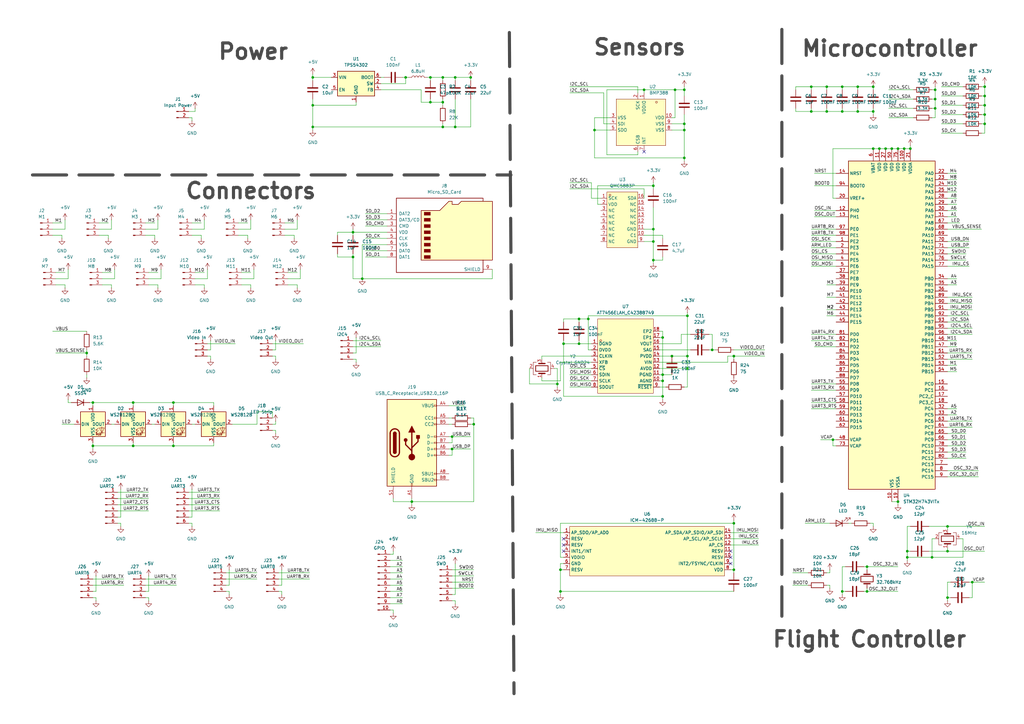
<source format=kicad_sch>
(kicad_sch (version 20250114) (generator "eeschema") (generator_version "9.0")
  (paper "A3")
  (text "Microcontroller" (at 364.998 20.066 0) (effects (font (size 6.35 6.35) (thickness 1.27) (bold yes))))
  (text "Connectors\n" (at 102.87 78.486 0) (effects (font (size 6.35 6.35) (thickness 1.27) (bold yes))))
  (text "Sensors\n" (at 262.382 19.558 0) (effects (font (size 6.35 6.35) (thickness 1.27) (bold yes))))
  (text "Flight Controller\n" (at 356.616 262.382 0) (effects (font (size 6.35 6.35) (thickness 1.27) (bold yes))))
  (text "Power\n" (at 103.886 21.336 0) (effects (font (size 6.35 6.35) (thickness 1.27) (bold yes))))
  (junction (at 351.79 35.56))
  (junction (at 280.67 50.8))
  (junction (at 54.61 165.1))
  (junction (at 403.86 35.56))
  (junction (at 271.78 138.43))
  (junction (at 368.3 60.96))
  (junction (at 229.87 233.68))
  (junction (at 181.61 31.75))
  (junction (at 168.91 205.74))
  (junction (at 281.94 151.13))
  (junction (at 365.76 60.96))
  (junction (at 341.63 180.34))
  (junction (at 358.14 45.72))
  (junction (at 388.62 245.11))
  (junction (at 271.78 162.56))
  (junction (at 383.54 44.45))
  (junction (at 360.68 60.96))
  (junction (at 181.61 52.07))
  (junction (at 345.44 242.57))
  (junction (at 267.97 99.06))
  (junction (at 398.78 238.76))
  (junction (at 339.09 45.72))
  (junction (at 267.97 76.2))
  (junction (at 275.59 146.05))
  (junction (at 292.1 143.51))
  (junction (at 128.27 52.07))
  (junction (at 373.38 60.96))
  (junction (at 281.94 129.54))
  (junction (at 280.67 53.34))
  (junction (at 231.14 140.97))
  (junction (at 370.84 60.96))
  (junction (at 267.97 106.68))
  (junction (at 176.53 41.91))
  (junction (at 38.1 165.1))
  (junction (at 355.6 232.41))
  (junction (at 271.78 153.67))
  (junction (at 332.74 45.72))
  (junction (at 148.59 114.3))
  (junction (at 144.78 95.25))
  (junction (at 300.99 233.68))
  (junction (at 144.78 105.41))
  (junction (at 35.56 144.78))
  (junction (at 281.94 146.05))
  (junction (at 186.69 31.75))
  (junction (at 280.67 64.77))
  (junction (at 228.6 157.48))
  (junction (at 38.1 182.88))
  (junction (at 276.86 36.83))
  (junction (at 403.86 46.99))
  (junction (at 382.27 228.6))
  (junction (at 193.04 31.75))
  (junction (at 229.87 242.57))
  (junction (at 383.54 36.83))
  (junction (at 181.61 41.91))
  (junction (at 332.74 35.56))
  (junction (at 243.84 53.34))
  (junction (at 403.86 50.8))
  (junction (at 267.97 93.98))
  (junction (at 403.86 39.37))
  (junction (at 388.62 215.9))
  (junction (at 271.78 156.21))
  (junction (at 194.31 173.99))
  (junction (at 358.14 60.96))
  (junction (at 345.44 45.72))
  (junction (at 339.09 35.56))
  (junction (at 345.44 35.56))
  (junction (at 176.53 31.75))
  (junction (at 166.37 31.75))
  (junction (at 388.62 226.06))
  (junction (at 363.22 60.96))
  (junction (at 186.69 52.07))
  (junction (at 264.16 36.83))
  (junction (at 71.12 182.88))
  (junction (at 241.3 130.81))
  (junction (at 403.86 43.18))
  (junction (at 128.27 31.75))
  (junction (at 280.67 36.83))
  (junction (at 351.79 45.72))
  (junction (at 355.6 242.57))
  (junction (at 358.14 35.56))
  (junction (at 71.12 165.1))
  (junction (at 128.27 43.18))
  (junction (at 372.11 226.06))
  (junction (at 383.54 40.64))
  (junction (at 185.42 184.15))
  (junction (at 185.42 179.07))
  (junction (at 372.11 228.6))
  (junction (at 300.99 146.05))
  (junction (at 54.61 182.88))
  (junction (at 300.99 214.63))
  (junction (at 237.49 130.81))
  (junction (at 368.3 205.74))
  (junction (at 237.49 140.97))
  (no_connect (at 231.14 220.98))
  (no_connect (at 264.16 62.23))
  (no_connect (at 299.72 226.06))
  (no_connect (at 299.72 231.14))
  (no_connect (at 231.14 223.52))
  (no_connect (at 231.14 226.06))
  (no_connect (at 299.72 228.6))
  (wire (pts (xy 386.08 46.99) (xy 394.97 46.99)))
  (wire (pts (xy 71.12 165.1) (xy 71.12 166.37)))
  (wire (pts (xy 48.26 204.47) (xy 60.96 204.47)))
  (wire (pts (xy 59.69 91.44) (xy 63.5 91.44)))
  (wire (pts (xy 185.42 181.61) (xy 184.15 181.61)))
  (wire (pts (xy 149.86 105.41) (xy 158.75 105.41)))
  (wire (pts (xy 332.74 139.7) (xy 342.9 139.7)))
  (wire (pts (xy 102.87 90.17) (xy 102.87 93.98)))
  (wire (pts (xy 241.3 130.81) (xy 241.3 129.54)))
  (wire (pts (xy 332.74 36.83) (xy 332.74 35.56)))
  (wire (pts (xy 38.1 165.1) (xy 54.61 165.1)))
  (wire (pts (xy 193.04 40.64) (xy 193.04 52.07)))
  (wire (pts (xy 388.62 93.98) (xy 402.59 93.98)))
  (wire (pts (xy 113.03 143.51) (xy 111.76 143.51)))
  (wire (pts (xy 78.74 48.26) (xy 77.47 48.26)))
  (wire (pts (xy 86.36 146.05) (xy 85.09 146.05)))
  (wire (pts (xy 48.26 207.01) (xy 60.96 207.01)))
  (wire (pts (xy 217.17 151.13) (xy 217.17 157.48)))
  (wire (pts (xy 388.62 106.68) (xy 396.24 106.68)))
  (wire (pts (xy 271.78 163.83) (xy 271.78 162.56)))
  (wire (pts (xy 355.6 242.57) (xy 368.3 242.57)))
  (wire (pts (xy 332.74 45.72) (xy 339.09 45.72)))
  (wire (pts (xy 41.91 116.84) (xy 45.72 116.84)))
  (wire (pts (xy 60.96 246.38) (xy 60.96 245.11)))
  (wire (pts (xy 402.59 39.37) (xy 403.86 39.37)))
  (wire (pts (xy 233.68 151.13) (xy 242.57 151.13)))
  (wire (pts (xy 78.74 212.09) (xy 77.47 212.09)))
  (wire (pts (xy 229.87 156.21) (xy 222.25 156.21)))
  (wire (pts (xy 86.36 139.7) (xy 86.36 143.51)))
  (wire (pts (xy 300.99 146.05) (xy 300.99 147.32)))
  (wire (pts (xy 382.27 36.83) (xy 383.54 36.83)))
  (wire (pts (xy 60.96 236.22) (xy 60.96 242.57)))
  (wire (pts (xy 388.62 226.06) (xy 403.86 226.06)))
  (wire (pts (xy 66.04 110.49) (xy 66.04 114.3)))
  (wire (pts (xy 21.59 135.89) (xy 35.56 135.89)))
  (wire (pts (xy 271.78 105.41) (xy 271.78 106.68)))
  (wire (pts (xy 332.74 137.16) (xy 342.9 137.16)))
  (wire (pts (xy 339.09 35.56) (xy 345.44 35.56)))
  (wire (pts (xy 49.53 215.9) (xy 49.53 214.63)))
  (wire (pts (xy 113.03 147.32) (xy 113.03 146.05)))
  (wire (pts (xy 351.79 44.45) (xy 351.79 45.72)))
  (wire (pts (xy 194.31 171.45) (xy 194.31 173.99)))
  (wire (pts (xy 280.67 64.77) (xy 280.67 66.04)))
  (wire (pts (xy 299.72 223.52) (xy 311.15 223.52)))
  (wire (pts (xy 144.78 142.24) (xy 156.21 142.24)))
  (wire (pts (xy 149.86 92.71) (xy 158.75 92.71)))
  (wire (pts (xy 388.62 134.62) (xy 398.78 134.62)))
  (wire (pts (xy 358.14 44.45) (xy 358.14 45.72)))
  (wire (pts (xy 270.51 140.97) (xy 279.4 140.97)))
  (wire (pts (xy 128.27 40.64) (xy 128.27 43.18)))
  (wire (pts (xy 121.92 116.84) (xy 121.92 118.11)))
  (wire (pts (xy 370.84 60.96) (xy 373.38 60.96)))
  (wire (pts (xy 54.61 182.88) (xy 54.61 181.61)))
  (wire (pts (xy 271.78 135.89) (xy 271.78 138.43)))
  (wire (pts (xy 364.49 44.45) (xy 374.65 44.45)))
  (wire (pts (xy 358.14 214.63) (xy 358.14 215.9)))
  (wire (pts (xy 271.78 96.52) (xy 264.16 96.52)))
  (wire (pts (xy 166.37 31.75) (xy 167.64 31.75)))
  (wire (pts (xy 382.27 220.98) (xy 382.27 228.6)))
  (wire (pts (xy 280.67 64.77) (xy 280.67 53.34)))
  (wire (pts (xy 123.19 110.49) (xy 123.19 114.3)))
  (wire (pts (xy 242.57 143.51) (xy 241.3 143.51)))
  (wire (pts (xy 83.82 90.17) (xy 83.82 93.98)))
  (wire (pts (xy 351.79 45.72) (xy 345.44 45.72)))
  (wire (pts (xy 92.71 237.49) (xy 105.41 237.49)))
  (wire (pts (xy 248.92 63.5) (xy 248.92 36.83)))
  (wire (pts (xy 71.12 182.88) (xy 54.61 182.88)))
  (wire (pts (xy 229.87 231.14) (xy 229.87 233.68)))
  (wire (pts (xy 97.79 93.98) (xy 102.87 93.98)))
  (wire (pts (xy 388.62 114.3) (xy 392.43 114.3)))
  (wire (pts (xy 388.62 121.92) (xy 398.78 121.92)))
  (wire (pts (xy 231.14 228.6) (xy 229.87 228.6)))
  (polyline (pts (xy 208.915 13.335) (xy 210.82 284.48)) (stroke (width 1.27) (type dash) (color 72 72 72 1)))
  (wire (pts (xy 360.68 60.96) (xy 363.22 60.96)))
  (wire (pts (xy 60.96 245.11) (xy 59.69 245.11)))
  (wire (pts (xy 144.78 93.98) (xy 144.78 95.25)))
  (wire (pts (xy 340.36 241.3) (xy 340.36 240.03)))
  (wire (pts (xy 281.94 146.05) (xy 281.94 151.13)))
  (wire (pts (xy 372.11 226.06) (xy 372.11 228.6)))
  (wire (pts (xy 39.37 246.38) (xy 39.37 245.11)))
  (wire (pts (xy 116.84 96.52) (xy 120.65 96.52)))
  (wire (pts (xy 38.1 237.49) (xy 50.8 237.49)))
  (wire (pts (xy 231.14 231.14) (xy 229.87 231.14)))
  (wire (pts (xy 97.79 96.52) (xy 101.6 96.52)))
  (wire (pts (xy 186.69 247.65) (xy 186.69 246.38)))
  (wire (pts (xy 149.86 87.63) (xy 158.75 87.63)))
  (wire (pts (xy 388.62 149.86) (xy 392.43 149.86)))
  (wire (pts (xy 144.78 147.32) (xy 146.05 147.32)))
  (wire (pts (xy 373.38 215.9) (xy 372.11 215.9)))
  (wire (pts (xy 160.02 234.95) (xy 165.1 234.95)))
  (wire (pts (xy 111.76 171.45) (xy 111.76 168.91)))
  (wire (pts (xy 138.43 95.25) (xy 138.43 96.52)))
  (wire (pts (xy 40.64 93.98) (xy 45.72 93.98)))
  (wire (pts (xy 388.62 152.4) (xy 392.43 152.4)))
  (wire (pts (xy 77.47 201.93) (xy 90.17 201.93)))
  (wire (pts (xy 101.6 96.52) (xy 101.6 97.79)))
  (wire (pts (xy 54.61 165.1) (xy 71.12 165.1)))
  (wire (pts (xy 41.91 111.76) (xy 45.72 111.76)))
  (wire (pts (xy 386.08 39.37) (xy 394.97 39.37)))
  (wire (pts (xy 388.62 245.11) (xy 388.62 246.38)))
  (wire (pts (xy 402.59 35.56) (xy 403.86 35.56)))
  (wire (pts (xy 299.72 218.44) (xy 311.15 218.44)))
  (wire (pts (xy 398.78 245.11) (xy 397.51 245.11)))
  (wire (pts (xy 138.43 104.14) (xy 138.43 105.41)))
  (wire (pts (xy 144.78 95.25) (xy 158.75 95.25)))
  (wire (pts (xy 128.27 52.07) (xy 181.61 52.07)))
  (wire (pts (xy 292.1 137.16) (xy 292.1 143.51)))
  (wire (pts (xy 219.71 218.44) (xy 231.14 218.44)))
  (wire (pts (xy 87.63 181.61) (xy 87.63 182.88)))
  (wire (pts (xy 229.87 242.57) (xy 300.99 242.57)))
  (wire (pts (xy 267.97 106.68) (xy 267.97 99.06)))
  (wire (pts (xy 388.62 238.76) (xy 389.89 238.76)))
  (wire (pts (xy 85.09 110.49) (xy 85.09 114.3)))
  (wire (pts (xy 113.03 177.8) (xy 113.03 176.53)))
  (wire (pts (xy 185.42 184.15) (xy 193.04 184.15)))
  (wire (pts (xy 261.62 63.5) (xy 248.92 63.5)))
  (wire (pts (xy 144.78 95.25) (xy 138.43 95.25)))
  (wire (pts (xy 237.49 130.81) (xy 237.49 132.08)))
  (wire (pts (xy 25.4 173.99) (xy 30.48 173.99)))
  (wire (pts (xy 341.63 180.34) (xy 342.9 180.34)))
  (wire (pts (xy 229.87 228.6) (xy 229.87 214.63)))
  (wire (pts (xy 181.61 41.91) (xy 181.61 43.18)))
  (wire (pts (xy 345.44 242.57) (xy 345.44 243.84)))
  (wire (pts (xy 62.23 173.99) (xy 63.5 173.99)))
  (wire (pts (xy 128.27 43.18) (xy 128.27 52.07)))
  (wire (pts (xy 388.62 124.46) (xy 398.78 124.46)))
  (wire (pts (xy 201.93 110.49) (xy 201.93 114.3)))
  (wire (pts (xy 267.97 93.98) (xy 264.16 93.98)))
  (wire (pts (xy 398.78 238.76) (xy 398.78 245.11)))
  (wire (pts (xy 280.67 36.83) (xy 280.67 39.37)))
  (wire (pts (xy 118.11 116.84) (xy 121.92 116.84)))
  (wire (pts (xy 128.27 43.18) (xy 146.05 43.18)))
  (wire (pts (xy 358.14 35.56) (xy 358.14 36.83)))
  (wire (pts (xy 231.14 140.97) (xy 237.49 140.97)))
  (wire (pts (xy 372.11 215.9) (xy 372.11 226.06)))
  (wire (pts (xy 246.38 83.82) (xy 245.11 83.82)))
  (wire (pts (xy 241.3 129.54) (xy 281.94 129.54)))
  (wire (pts (xy 128.27 31.75) (xy 128.27 33.02)))
  (wire (pts (xy 138.43 105.41) (xy 144.78 105.41)))
  (wire (pts (xy 270.51 143.51) (xy 283.21 143.51)))
  (wire (pts (xy 36.83 165.1) (xy 38.1 165.1)))
  (wire (pts (xy 339.09 116.84) (xy 342.9 116.84)))
  (wire (pts (xy 298.45 148.59) (xy 298.45 146.05)))
  (wire (pts (xy 176.53 31.75) (xy 181.61 31.75)))
  (wire (pts (xy 388.62 81.28) (xy 392.43 81.28)))
  (wire (pts (xy 243.84 53.34) (xy 250.19 53.34)))
  (wire (pts (xy 332.74 167.64) (xy 342.9 167.64)))
  (wire (pts (xy 233.68 156.21) (xy 242.57 156.21)))
  (wire (pts (xy 71.12 165.1) (xy 87.63 165.1)))
  (wire (pts (xy 326.39 35.56) (xy 332.74 35.56)))
  (wire (pts (xy 270.51 156.21) (xy 271.78 156.21)))
  (wire (pts (xy 271.78 97.79) (xy 271.78 96.52)))
  (wire (pts (xy 46.99 110.49) (xy 46.99 114.3)))
  (wire (pts (xy 93.98 242.57) (xy 92.71 242.57)))
  (wire (pts (xy 402.59 43.18) (xy 403.86 43.18)))
  (wire (pts (xy 332.74 35.56) (xy 339.09 35.56)))
  (wire (pts (xy 388.62 177.8) (xy 396.24 177.8)))
  (wire (pts (xy 128.27 31.75) (xy 135.89 31.75)))
  (wire (pts (xy 161.29 226.06) (xy 161.29 227.33)))
  (wire (pts (xy 381 226.06) (xy 388.62 226.06)))
  (wire (pts (xy 77.47 204.47) (xy 90.17 204.47)))
  (wire (pts (xy 93.98 243.84) (xy 93.98 242.57)))
  (wire (pts (xy 160.02 247.65) (xy 165.1 247.65)))
  (wire (pts (xy 381 215.9) (xy 388.62 215.9)))
  (wire (pts (xy 388.62 175.26) (xy 398.78 175.26)))
  (wire (pts (xy 181.61 52.07) (xy 186.69 52.07)))
  (wire (pts (xy 243.84 48.26) (xy 243.84 53.34)))
  (wire (pts (xy 394.97 220.98) (xy 393.7 220.98)))
  (wire (pts (xy 35.56 143.51) (xy 35.56 144.78)))
  (wire (pts (xy 156.21 36.83) (xy 172.72 36.83)))
  (wire (pts (xy 394.97 228.6) (xy 382.27 228.6)))
  (wire (pts (xy 229.87 233.68) (xy 231.14 233.68)))
  (wire (pts (xy 160.02 232.41) (xy 165.1 232.41)))
  (wire (pts (xy 332.74 157.48) (xy 342.9 157.48)))
  (wire (pts (xy 176.53 33.02) (xy 176.53 31.75)))
  (wire (pts (xy 388.62 172.72) (xy 398.78 172.72)))
  (wire (pts (xy 368.3 60.96) (xy 365.76 60.96)))
  (wire (pts (xy 347.98 214.63) (xy 349.25 214.63)))
  (wire (pts (xy 248.92 36.83) (xy 264.16 36.83)))
  (wire (pts (xy 160.02 229.87) (xy 165.1 229.87)))
  (wire (pts (xy 388.62 224.79) (xy 388.62 226.06)))
  (wire (pts (xy 48.26 201.93) (xy 60.96 201.93)))
  (wire (pts (xy 339.09 35.56) (xy 339.09 36.83)))
  (wire (pts (xy 233.68 158.75) (xy 242.57 158.75)))
  (wire (pts (xy 49.53 200.66) (xy 49.53 212.09)))
  (wire (pts (xy 388.62 193.04) (xy 401.32 193.04)))
  (wire (pts (xy 388.62 245.11) (xy 388.62 238.76)))
  (wire (pts (xy 270.51 151.13) (xy 281.94 151.13)))
  (wire (pts (xy 87.63 182.88) (xy 71.12 182.88)))
  (wire (pts (xy 128.27 30.48) (xy 128.27 31.75)))
  (wire (pts (xy 368.3 205.74) (xy 368.3 207.01)))
  (wire (pts (xy 80.01 45.72) (xy 77.47 45.72)))
  (wire (pts (xy 27.94 165.1) (xy 29.21 165.1)))
  (wire (pts (xy 22.86 144.78) (xy 35.56 144.78)))
  (wire (pts (xy 26.67 90.17) (xy 26.67 93.98)))
  (wire (pts (xy 113.03 139.7) (xy 113.03 143.51)))
  (wire (pts (xy 270.51 138.43) (xy 271.78 138.43)))
  (wire (pts (xy 78.74 49.53) (xy 78.74 48.26)))
  (wire (pts (xy 403.86 50.8) (xy 403.86 54.61)))
  (wire (pts (xy 184.15 184.15) (xy 185.42 184.15)))
  (wire (pts (xy 330.2 214.63) (xy 340.36 214.63)))
  (wire (pts (xy 229.87 233.68) (xy 229.87 242.57)))
  (wire (pts (xy 149.86 102.87) (xy 158.75 102.87)))
  (wire (pts (xy 326.39 36.83) (xy 326.39 35.56)))
  (wire (pts (xy 275.59 50.8) (xy 280.67 50.8)))
  (wire (pts (xy 176.53 41.91) (xy 176.53 40.64)))
  (wire (pts (xy 77.47 214.63) (xy 78.74 214.63)))
  (wire (pts (xy 326.39 45.72) (xy 332.74 45.72)))
  (wire (pts (xy 356.87 214.63) (xy 358.14 214.63)))
  (wire (pts (xy 270.51 158.75) (xy 273.05 158.75)))
  (wire (pts (xy 116.84 91.44) (xy 120.65 91.44)))
  (wire (pts (xy 332.74 96.52) (xy 342.9 96.52)))
  (wire (pts (xy 80.01 116.84) (xy 83.82 116.84)))
  (wire (pts (xy 388.62 116.84) (xy 392.43 116.84)))
  (wire (pts (xy 336.55 180.34) (xy 341.63 180.34)))
  (wire (pts (xy 388.62 144.78) (xy 398.78 144.78)))
  (wire (pts (xy 105.41 173.99) (xy 95.25 173.99)))
  (wire (pts (xy 99.06 114.3) (xy 104.14 114.3)))
  (wire (pts (xy 276.86 36.83) (xy 280.67 36.83)))
  (wire (pts (xy 388.62 101.6) (xy 397.51 101.6)))
  (wire (pts (xy 60.96 114.3) (xy 66.04 114.3)))
  (wire (pts (xy 345.44 232.41) (xy 345.44 242.57)))
  (wire (pts (xy 121.92 90.17) (xy 121.92 93.98)))
  (wire (pts (xy 184.15 173.99) (xy 185.42 173.99)))
  (wire (pts (xy 364.49 48.26) (xy 374.65 48.26)))
  (wire (pts (xy 60.96 111.76) (xy 64.77 111.76)))
  (wire (pts (xy 59.69 240.03) (xy 72.39 240.03)))
  (wire (pts (xy 383.54 48.26) (xy 383.54 44.45)))
  (wire (pts (xy 149.86 97.79) (xy 158.75 97.79)))
  (wire (pts (xy 49.53 214.63) (xy 48.26 214.63)))
  (wire (pts (xy 388.62 170.18) (xy 392.43 170.18)))
  (wire (pts (xy 161.29 251.46) (xy 161.29 250.19)))
  (wire (pts (xy 386.08 54.61) (xy 394.97 54.61)))
  (wire (pts (xy 104.14 110.49) (xy 104.14 114.3)))
  (wire (pts (xy 45.72 116.84) (xy 45.72 118.11)))
  (wire (pts (xy 346.71 232.41) (xy 345.44 232.41)))
  (wire (pts (xy 368.3 60.96) (xy 370.84 60.96)))
  (wire (pts (xy 332.74 106.68) (xy 342.9 106.68)))
  (wire (pts (xy 241.3 130.81) (xy 237.49 130.81)))
  (wire (pts (xy 166.37 34.29) (xy 166.37 31.75)))
  (wire (pts (xy 181.61 31.75) (xy 181.61 33.02)))
  (wire (pts (xy 156.21 31.75) (xy 157.48 31.75)))
  (wire (pts (xy 394.97 220.98) (xy 394.97 228.6)))
  (wire (pts (xy 64.77 90.17) (xy 64.77 93.98)))
  (wire (pts (xy 231.14 140.97) (xy 231.14 162.56)))
  (wire (pts (xy 113.03 146.05) (xy 111.76 146.05)))
  (wire (pts (xy 49.53 212.09) (xy 48.26 212.09)))
  (wire (pts (xy 402.59 46.99) (xy 403.86 46.99)))
  (wire (pts (xy 144.78 95.25) (xy 144.78 96.52)))
  (wire (pts (xy 354.33 242.57) (xy 355.6 242.57)))
  (wire (pts (xy 242.57 81.28) (xy 246.38 81.28)))
  (wire (pts (xy 403.86 43.18) (xy 403.86 46.99)))
  (wire (pts (xy 113.03 172.72) (xy 113.03 173.99)))
  (wire (pts (xy 201.93 114.3) (xy 148.59 114.3)))
  (wire (pts (xy 388.62 132.08) (xy 397.51 132.08)))
  (wire (pts (xy 156.21 34.29) (xy 166.37 34.29)))
  (wire (pts (xy 383.54 36.83) (xy 383.54 40.64)))
  (wire (pts (xy 111.76 168.91) (xy 105.41 168.91)))
  (wire (pts (xy 193.04 179.07) (xy 185.42 179.07)))
  (wire (pts (xy 80.01 111.76) (xy 83.82 111.76)))
  (wire (pts (xy 241.3 130.81) (xy 241.3 143.51)))
  (wire (pts (xy 247.65 38.1) (xy 247.65 50.8)))
  (wire (pts (xy 40.64 96.52) (xy 44.45 96.52)))
  (wire (pts (xy 116.84 93.98) (xy 121.92 93.98)))
  (wire (pts (xy 193.04 31.75) (xy 186.69 31.75)))
  (wire (pts (xy 83.82 116.84) (xy 83.82 118.11)))
  (wire (pts (xy 186.69 40.64) (xy 186.69 52.07)))
  (wire (pts (xy 60.96 242.57) (xy 59.69 242.57)))
  (wire (pts (xy 54.61 165.1) (xy 54.61 166.37)))
  (wire (pts (xy 237.49 130.81) (xy 231.14 130.81)))
  (wire (pts (xy 276.86 48.26) (xy 275.59 48.26)))
  (wire (pts (xy 382.27 228.6) (xy 372.11 228.6)))
  (wire (pts (xy 388.62 215.9) (xy 403.86 215.9)))
  (wire (pts (xy 185.42 179.07) (xy 185.42 181.61)))
  (wire (pts (xy 403.86 34.29) (xy 403.86 35.56)))
  (wire (pts (xy 115.57 233.68) (xy 115.57 240.03)))
  (wire (pts (xy 392.43 71.12) (xy 388.62 71.12)))
  (wire (pts (xy 298.45 146.05) (xy 300.99 146.05)))
  (wire (pts (xy 185.42 236.22) (xy 194.31 236.22)))
  (wire (pts (xy 281.94 129.54) (xy 281.94 146.05)))
  (wire (pts (xy 231.14 139.7) (xy 231.14 140.97)))
  (wire (pts (xy 222.25 156.21) (xy 222.25 154.94)))
  (wire (pts (xy 99.06 116.84) (xy 102.87 116.84)))
  (wire (pts (xy 372.11 228.6) (xy 372.11 229.87)))
  (wire (pts (xy 332.74 93.98) (xy 342.9 93.98)))
  (wire (pts (xy 229.87 242.57) (xy 229.87 243.84)))
  (wire (pts (xy 185.42 241.3) (xy 194.31 241.3)))
  (wire (pts (xy 146.05 43.18) (xy 146.05 41.91)))
  (wire (pts (xy 276.86 36.83) (xy 276.86 48.26)))
  (wire (pts (xy 78.74 93.98) (xy 83.82 93.98)))
  (wire (pts (xy 227.33 151.13) (xy 228.6 151.13)))
  (polyline (pts (xy 13.335 71.755) (xy 209.55 71.755)) (stroke (width 1.27) (type dash) (color 72 72 72 1)))
  (wire (pts (xy 245.11 76.2) (xy 267.97 76.2)))
  (wire (pts (xy 339.09 44.45) (xy 339.09 45.72)))
  (wire (pts (xy 35.56 153.67) (xy 35.56 154.94)))
  (wire (pts (xy 35.56 144.78) (xy 35.56 146.05)))
  (wire (pts (xy 186.69 246.38) (xy 185.42 246.38)))
  (wire (pts (xy 388.62 91.44) (xy 393.7 91.44)))
  (wire (pts (xy 358.14 45.72) (xy 351.79 45.72)))
  (wire (pts (xy 243.84 48.26) (xy 250.19 48.26)))
  (wire (pts (xy 97.79 91.44) (xy 101.6 91.44)))
  (wire (pts (xy 40.64 91.44) (xy 44.45 91.44)))
  (wire (pts (xy 332.74 101.6) (xy 342.9 101.6)))
  (wire (pts (xy 382.27 40.64) (xy 383.54 40.64)))
  (wire (pts (xy 332.74 99.06) (xy 342.9 99.06)))
  (wire (pts (xy 39.37 242.57) (xy 38.1 242.57)))
  (wire (pts (xy 93.98 240.03) (xy 92.71 240.03)))
  (wire (pts (xy 184.15 179.07) (xy 185.42 179.07)))
  (wire (pts (xy 345.44 36.83) (xy 345.44 35.56)))
  (wire (pts (xy 186.69 31.75) (xy 186.69 33.02)))
  (wire (pts (xy 355.6 232.41) (xy 355.6 233.68)))
  (wire (pts (xy 383.54 220.98) (xy 382.27 220.98)))
  (wire (pts (xy 38.1 165.1) (xy 38.1 166.37)))
  (wire (pts (xy 358.14 45.72) (xy 358.14 46.99)))
  (wire (pts (xy 292.1 143.51) (xy 293.37 143.51)))
  (wire (pts (xy 160.02 237.49) (xy 165.1 237.49)))
  (wire (pts (xy 339.09 234.95) (xy 340.36 234.95)))
  (wire (pts (xy 388.62 129.54) (xy 397.51 129.54)))
  (wire (pts (xy 402.59 54.61) (xy 403.86 54.61)))
  (wire (pts (xy 340.36 233.68) (xy 340.36 234.95)))
  (wire (pts (xy 185.42 186.69) (xy 185.42 184.15)))
  (wire (pts (xy 148.59 100.33) (xy 148.59 114.3)))
  (wire (pts (xy 264.16 81.28) (xy 264.16 77.47)))
  (wire (pts (xy 113.03 176.53) (xy 111.76 176.53)))
  (wire (pts (xy 242.57 146.05) (xy 222.25 146.05)))
  (polyline (pts (xy 320.675 12.065) (xy 320.675 252.73)) (stroke (width 1.27) (type dash) (color 72 72 72 1)))
  (wire (pts (xy 193.04 31.75) (xy 193.04 33.02)))
  (wire (pts (xy 332.74 109.22) (xy 342.9 109.22)))
  (wire (pts (xy 341.63 180.34) (xy 341.63 182.88)))
  (wire (pts (xy 397.51 238.76) (xy 398.78 238.76)))
  (wire (pts (xy 389.89 245.11) (xy 388.62 245.11)))
  (wire (pts (xy 275.59 146.05) (xy 281.94 146.05)))
  (wire (pts (xy 351.79 35.56) (xy 345.44 35.56)))
  (wire (pts (xy 233.68 35.56) (xy 261.62 35.56)))
  (wire (pts (xy 118.11 114.3) (xy 123.19 114.3)))
  (wire (pts (xy 222.25 146.05) (xy 222.25 147.32)))
  (wire (pts (xy 261.62 35.56) (xy 261.62 38.1)))
  (wire (pts (xy 358.14 60.96) (xy 360.68 60.96)))
  (wire (pts (xy 64.77 116.84) (xy 64.77 118.11)))
  (wire (pts (xy 233.68 74.93) (xy 242.57 74.93)))
  (wire (pts (xy 388.62 180.34) (xy 396.24 180.34)))
  (wire (pts (xy 118.11 111.76) (xy 121.92 111.76)))
  (wire (pts (xy 78.74 214.63) (xy 78.74 215.9)))
  (wire (pts (xy 363.22 60.96) (xy 365.76 60.96)))
  (wire (pts (xy 86.36 147.32) (xy 86.36 146.05)))
  (wire (pts (xy 158.75 100.33) (xy 148.59 100.33)))
  (wire (pts (xy 59.69 237.49) (xy 72.39 237.49)))
  (wire (pts (xy 186.69 52.07) (xy 193.04 52.07)))
  (wire (pts (xy 114.3 237.49) (xy 127 237.49)))
  (wire (pts (xy 242.57 81.28) (xy 242.57 74.93)))
  (wire (pts (xy 63.5 96.52) (xy 63.5 97.79)))
  (wire (pts (xy 280.67 35.56) (xy 280.67 36.83)))
  (wire (pts (xy 99.06 111.76) (xy 102.87 111.76)))
  (wire (pts (xy 115.57 242.57) (xy 114.3 242.57)))
  (wire (pts (xy 281.94 158.75) (xy 280.67 158.75)))
  (wire (pts (xy 38.1 240.03) (xy 50.8 240.03)))
  (wire (pts (xy 161.29 227.33) (xy 160.02 227.33)))
  (wire (pts (xy 237.49 140.97) (xy 242.57 140.97)))
  (wire (pts (xy 325.12 234.95) (xy 331.47 234.95)))
  (wire (pts (xy 340.36 240.03) (xy 339.09 240.03)))
  (wire (pts (xy 267.97 106.68) (xy 267.97 107.95)))
  (wire (pts (xy 86.36 143.51) (xy 85.09 143.51)))
  (wire (pts (xy 264.16 36.83) (xy 264.16 38.1)))
  (wire (pts (xy 264.16 36.83) (xy 276.86 36.83)))
  (wire (pts (xy 242.57 148.59) (xy 229.87 148.59)))
  (wire (pts (xy 160.02 240.03) (xy 165.1 240.03)))
  (wire (pts (xy 22.86 114.3) (xy 27.94 114.3)))
  (wire (pts (xy 144.78 114.3) (xy 148.59 114.3)))
  (wire (pts (xy 80.01 114.3) (xy 85.09 114.3)))
  (wire (pts (xy 339.09 129.54) (xy 342.9 129.54)))
  (wire (pts (xy 144.78 104.14) (xy 144.78 105.41)))
  (wire (pts (xy 280.67 46.99) (xy 280.67 50.8)))
  (wire (pts (xy 172.72 41.91) (xy 176.53 41.91)))
  (wire (pts (xy 261.62 63.5) (xy 261.62 62.23)))
  (wire (pts (xy 271.78 153.67) (xy 275.59 153.67)))
  (wire (pts (xy 388.62 78.74) (xy 392.43 78.74)))
  (wire (pts (xy 270.51 148.59) (xy 298.45 148.59)))
  (wire (pts (xy 194.31 173.99) (xy 194.31 205.74)))
  (wire (pts (xy 279.4 137.16) (xy 283.21 137.16)))
  (wire (pts (xy 388.62 83.82) (xy 392.43 83.82)))
  (wire (pts (xy 228.6 151.13) (xy 228.6 157.48)))
  (wire (pts (xy 351.79 35.56) (xy 351.79 36.83)))
  (wire (pts (xy 217.17 157.48) (xy 228.6 157.48)))
  (wire (pts (xy 38.1 182.88) (xy 38.1 181.61)))
  (wire (pts (xy 332.74 104.14) (xy 342.9 104.14)))
  (wire (pts (xy 193.04 171.45) (xy 194.31 171.45)))
  (wire (pts (xy 71.12 182.88) (xy 71.12 181.61)))
  (wire (pts (xy 78.74 91.44) (xy 82.55 91.44)))
  (wire (pts (xy 21.59 91.44) (xy 25.4 91.44)))
  (wire (pts (xy 54.61 182.88) (xy 38.1 182.88)))
  (wire (pts (xy 85.09 140.97) (xy 96.52 140.97)))
  (wire (pts (xy 22.86 116.84) (xy 26.67 116.84)))
  (wire (pts (xy 402.59 50.8) (xy 403.86 50.8)))
  (wire (pts (xy 386.08 50.8) (xy 394.97 50.8)))
  (wire (pts (xy 160.02 245.11) (xy 165.1 245.11)))
  (wire (pts (xy 184.15 166.37) (xy 190.5 166.37)))
  (wire (pts (xy 364.49 36.83) (xy 374.65 36.83)))
  (wire (pts (xy 334.01 88.9) (xy 342.9 88.9)))
  (wire (pts (xy 332.74 165.1) (xy 342.9 165.1)))
  (wire (pts (xy 332.74 160.02) (xy 342.9 160.02)))
  (wire (pts (xy 364.49 40.64) (xy 374.65 40.64)))
  (wire (pts (xy 382.27 48.26) (xy 383.54 48.26)))
  (wire (pts (xy 45.72 173.99) (xy 46.99 173.99)))
  (wire (pts (xy 114.3 234.95) (xy 127 234.95)))
  (wire (pts (xy 233.68 38.1) (xy 247.65 38.1)))
  (wire (pts (xy 194.31 205.74) (xy 168.91 205.74)))
  (wire (pts (xy 245.11 83.82) (xy 245.11 76.2)))
  (wire (pts (xy 77.47 209.55) (xy 90.17 209.55)))
  (wire (pts (xy 233.68 77.47) (xy 264.16 77.47)))
  (wire (pts (xy 92.71 234.95) (xy 105.41 234.95)))
  (wire (pts (xy 231.14 130.81) (xy 231.14 132.08)))
  (wire (pts (xy 339.09 127) (xy 342.9 127)))
  (wire (pts (xy 388.62 182.88) (xy 396.24 182.88)))
  (wire (pts (xy 113.03 173.99) (xy 111.76 173.99)))
  (wire (pts (xy 388.62 185.42) (xy 396.24 185.42)))
  (wire (pts (xy 355.6 232.41) (xy 368.3 232.41)))
  (wire (pts (xy 300.99 213.36) (xy 300.99 214.63)))
  (wire (pts (xy 271.78 138.43) (xy 271.78 153.67)))
  (wire (pts (xy 184.15 186.69) (xy 185.42 186.69)))
  (wire (pts (xy 243.84 53.34) (xy 243.84 64.77)))
  (wire (pts (xy 185.42 233.68) (xy 194.31 233.68)))
  (wire (pts (xy 341.63 81.28) (xy 341.63 60.96)))
  (wire (pts (xy 388.62 137.16) (xy 398.78 137.16)))
  (wire (pts (xy 161.29 205.74) (xy 168.91 205.74)))
  (wire (pts (xy 185.42 238.76) (xy 194.31 238.76)))
  (wire (pts (xy 80.01 44.45) (xy 80.01 45.72)))
  (wire (pts (xy 144.78 139.7) (xy 156.21 139.7)))
  (wire (pts (xy 365.76 205.74) (xy 368.3 205.74)))
  (wire (pts (xy 93.98 233.68) (xy 93.98 240.03)))
  (wire (pts (xy 345.44 242.57) (xy 346.71 242.57)))
  (wire (pts (xy 403.86 39.37) (xy 403.86 43.18)))
  (wire (pts (xy 146.05 144.78) (xy 144.78 144.78)))
  (wire (pts (xy 38.1 182.88) (xy 38.1 184.15)))
  (wire (pts (xy 275.59 53.34) (xy 280.67 53.34)))
  (wire (pts (xy 388.62 86.36) (xy 392.43 86.36)))
  (wire (pts (xy 299.72 233.68) (xy 300.99 233.68)))
  (wire (pts (xy 78.74 96.52) (xy 82.55 96.52)))
  (wire (pts (xy 382.27 44.45) (xy 383.54 44.45)))
  (wire (pts (xy 105.41 168.91) (xy 105.41 173.99)))
  (wire (pts (xy 184.15 171.45) (xy 185.42 171.45)))
  (wire (pts (xy 358.14 35.56) (xy 351.79 35.56)))
  (wire (pts (xy 267.97 85.09) (xy 267.97 93.98)))
  (wire (pts (xy 388.62 76.2) (xy 392.43 76.2)))
  (wire (pts (xy 267.97 76.2) (xy 267.97 77.47)))
  (wire (pts (xy 172.72 36.83) (xy 172.72 41.91)))
  (wire (pts (xy 21.59 93.98) (xy 26.67 93.98)))
  (wire (pts (xy 388.62 109.22) (xy 397.51 109.22)))
  (wire (pts (xy 386.08 35.56) (xy 394.97 35.56)))
  (wire (pts (xy 237.49 139.7) (xy 237.49 140.97)))
  (wire (pts (xy 41.91 114.3) (xy 46.99 114.3)))
  (wire (pts (xy 386.08 43.18) (xy 394.97 43.18)))
  (wire (pts (xy 26.67 116.84) (xy 26.67 118.11)))
  (wire (pts (xy 345.44 45.72) (xy 345.44 44.45)))
  (wire (pts (xy 388.62 139.7) (xy 392.43 139.7)))
  (wire (pts (xy 388.62 167.64) (xy 392.43 167.64)))
  (wire (pts (xy 290.83 137.16) (xy 292.1 137.16)))
  (wire (pts (xy 388.62 187.96) (xy 396.24 187.96)))
  (wire (pts (xy 146.05 138.43) (xy 146.05 144.78)))
  (wire (pts (xy 372.11 226.06) (xy 373.38 226.06)))
  (wire (pts (xy 355.6 241.3) (xy 355.6 242.57)))
  (wire (pts (xy 392.43 73.66) (xy 388.62 73.66)))
  (wire (pts (xy 342.9 182.88) (xy 341.63 182.88)))
  (wire (pts (xy 388.62 215.9) (xy 388.62 217.17)))
  (wire (pts (xy 270.51 146.05) (xy 275.59 146.05)))
  (wire (pts (xy 247.65 50.8) (xy 250.19 50.8)))
  (wire (pts (xy 271.78 153.67) (xy 271.78 156.21)))
  (wire (pts (xy 354.33 232.41) (xy 355.6 232.41)))
  (wire (pts (xy 373.38 59.69) (xy 373.38 60.96)))
  (wire (pts (xy 176.53 41.91) (xy 181.61 41.91)))
  (wire (pts (xy 300.99 143.51) (xy 313.69 143.51)))
  (wire (pts (xy 334.01 86.36) (xy 342.9 86.36)))
  (wire (pts (xy 228.6 157.48) (xy 228.6 158.75)))
  (wire (pts (xy 383.54 35.56) (xy 383.54 36.83)))
  (wire (pts (xy 280.67 50.8) (xy 280.67 53.34)))
  (wire (pts (xy 388.62 147.32) (xy 398.78 147.32)))
  (wire (pts (xy 229.87 214.63) (xy 300.99 214.63)))
  (wire (pts (xy 181.61 41.91) (xy 181.61 40.64)))
  (wire (pts (xy 339.09 121.92) (xy 342.9 121.92)))
  (wire (pts (xy 27.94 110.49) (xy 27.94 114.3)))
  (wire (pts (xy 27.94 163.83) (xy 27.94 165.1)))
  (wire (pts (xy 115.57 243.84) (xy 115.57 242.57)))
  (wire (pts (xy 144.78 105.41) (xy 144.78 114.3)))
  (wire (pts (xy 243.84 64.77) (xy 280.67 64.77)))
  (wire (pts (xy 300.99 233.68) (xy 300.99 234.95)))
  (wire (pts (xy 403.86 46.99) (xy 403.86 50.8)))
  (wire (pts (xy 87.63 165.1) (xy 87.63 166.37)))
  (wire (pts (xy 339.09 45.72) (xy 345.44 45.72)))
  (wire (pts (xy 59.69 96.52) (xy 63.5 96.52)))
  (wire (pts (xy 229.87 148.59) (xy 229.87 156.21)))
  (wire (pts (xy 388.62 99.06) (xy 397.51 99.06)))
  (wire (pts (xy 334.01 142.24) (xy 342.9 142.24)))
  (wire (pts (xy 281.94 151.13) (xy 281.94 158.75)))
  (wire (pts (xy 388.62 195.58) (xy 401.32 195.58)))
  (wire (pts (xy 111.76 140.97) (xy 124.46 140.97)))
  (wire (pts (xy 59.69 93.98) (xy 64.77 93.98)))
  (wire (pts (xy 231.14 162.56) (xy 271.78 162.56)))
  (wire (pts (xy 388.62 104.14) (xy 396.24 104.14)))
  (wire (pts (xy 22.86 111.76) (xy 26.67 111.76)))
  (wire (pts (xy 78.74 200.66) (xy 78.74 212.09)))
  (wire (pts (xy 341.63 60.96) (xy 358.14 60.96)))
  (wire (pts (xy 194.31 173.99) (xy 193.04 173.99)))
  (wire (pts (xy 168.91 205.74) (xy 168.91 204.47)))
  (wire (pts (xy 181.61 52.07) (xy 181.61 50.8)))
  (wire (pts (xy 161.29 250.19) (xy 160.02 250.19)))
  (wire (pts (xy 267.97 99.06) (xy 264.16 99.06)))
  (wire (pts (xy 186.69 231.14) (xy 186.69 243.84)))
  (wire (pts (xy 146.05 147.32) (xy 146.05 148.59)))
  (wire (pts (xy 181.61 31.75) (xy 186.69 31.75)))
  (wire (pts (xy 77.47 207.01) (xy 90.17 207.01)))
  (wire (pts (xy 21.59 96.52) (xy 25.4 96.52)))
  (wire (pts (xy 39.37 245.11) (xy 38.1 245.11)))
  (wire (pts (xy 388.62 127) (xy 398.78 127)))
  (wire (pts (xy 161.29 204.47) (xy 161.29 205.74)))
  (wire (pts (xy 403.86 35.56) (xy 403.86 39.37)))
  (wire (pts (xy 102.87 116.84) (xy 102.87 118.11)))
  (wire (pts (xy 342.9 81.28) (xy 341.63 81.28)))
  (wire (pts (xy 45.72 90.17) (xy 45.72 93.98)))
  (wire (pts (xy 186.69 243.84) (xy 185.42 243.84)))
  (wire (pts (xy 115.57 240.03) (xy 114.3 240.03)))
  (wire (pts (xy 281.94 128.27) (xy 281.94 129.54)))
  (wire (pts (xy 292.1 143.51) (xy 290.83 143.51)))
  (wire (pts (xy 120.65 96.52) (xy 120.65 97.79)))
  (wire (pts (xy 44.45 96.52) (xy 44.45 97.79)))
  (wire (pts (xy 149.86 90.17) (xy 158.75 90.17)))
  (wire (pts (xy 168.91 205.74) (xy 168.91 207.01)))
  (wire (pts (xy 334.01 71.12) (xy 342.9 71.12)))
  (wire (pts (xy 326.39 44.45) (xy 326.39 45.72)))
  (wire (pts (xy 48.26 209.55) (xy 60.96 209.55)))
  (wire (pts (xy 388.62 88.9) (xy 392.43 88.9)))
  (wire (pts (xy 300.99 214.63) (xy 300.99 233.68)))
  (wire (pts (xy 39.37 236.22) (xy 39.37 242.57)))
  (wire (pts (xy 270.51 135.89) (xy 271.78 135.89)))
  (wire (pts (xy 388.62 142.24) (xy 392.43 142.24)))
  (wire (pts (xy 325.12 240.03) (xy 331.47 240.03)))
  (wire (pts (xy 398.78 238.76) (xy 403.86 238.76)))
  (wire (pts (xy 267.97 93.98) (xy 267.97 99.06)))
  (wire (pts (xy 166.37 31.75) (xy 165.1 31.75)))
  (wire (pts (xy 270.51 153.67) (xy 271.78 153.67)))
  (wire (pts (xy 313.69 146.05) (xy 300.99 146.05)))
  (wire (pts (xy 271.78 156.21) (xy 271.78 162.56)))
  (wire (pts (xy 299.72 220.98) (xy 311.15 220.98)))
  (wire (pts (xy 332.74 44.45) (xy 332.74 45.72)))
  (wire (pts (xy 82.55 96.52) (xy 82.55 97.79)))
  (wire (pts (xy 128.27 53.34) (xy 128.27 52.07)))
  (wire (pts (xy 78.74 173.99) (xy 80.01 173.99)))
  (wire (pts (xy 160.02 242.57) (xy 165.1 242.57)))
  (wire (pts (xy 60.96 116.84) (xy 64.77 116.84)))
  (wire (pts (xy 271.78 106.68) (xy 267.97 106.68)))
  (wire (pts (xy 267.97 74.93) (xy 267.97 76.2)))
  (wire (pts (xy 176.53 31.75) (xy 175.26 31.75)))
  (wire (pts (xy 25.4 96.52) (xy 25.4 97.79)))
  (wire (pts (xy 233.68 153.67) (xy 242.57 153.67)))
  (wire (pts (xy 334.01 76.2) (xy 342.9 76.2)))
  (wire (pts (xy 383.54 44.45) (xy 383.54 40.64)))
  (wire (pts (xy 279.4 137.16) (xy 279.4 140.97)))
  (label "ARM_LED" (at 330.2 214.63 0))
  (label "M5" (at 392.43 152.4 180))
  (label "LED" (at 393.7 91.44 180))
  (label "UART2_RX" (at 60.96 204.47 180))
  (label "IMU_MISO" (at 219.71 218.44 0))
  (label "A5" (at 392.43 167.64 180))
  (label "SWDIO" (at 194.31 233.68 180))
  (label "M4" (at 392.43 71.12 180))
  (label "A7" (at 165.1 245.11 180))
  (label "VBUS_SENSE" (at 22.86 144.78 0))
  (label "I2C_SCL" (at 233.68 35.56 0))
  (label "UART3_RX" (at 90.17 204.47 180))
  (label "SD_CMD" (at 334.01 142.24 0))
  (label "UART6_TX" (at 398.78 172.72 180))
  (label "UART5_RX" (at 105.41 237.49 180))
  (label "SD_D3" (at 386.08 50.8 0))
  (label "NRST" (at 194.31 238.76 180))
  (label "UART4_TX" (at 332.74 139.7 0))
  (label "SD_D0" (at 386.08 39.37 0))
  (label "USB_DN" (at 397.51 99.06 180))
  (label "I2C_SDA" (at 397.51 132.08 180))
  (label "M2" (at 44.45 91.44 180))
  (label "M12" (at 392.43 78.74 180))
  (label "SD_D1" (at 396.24 180.34 180))
  (label "BOOT0" (at 325.12 240.03 0))
  (label "A1" (at 392.43 88.9 180))
  (label "SD_CMD" (at 386.08 35.56 0))
  (label "VIDEO_IN" (at 96.52 140.97 180))
  (label "A3" (at 165.1 234.95 180))
  (label "M10" (at 392.43 76.2 180))
  (label "I2C4_SCL" (at 364.49 36.83 0))
  (label "I2C4_SCL" (at 156.21 139.7 180))
  (label "M1" (at 25.4 91.44 180))
  (label "IMU_MOSI" (at 311.15 218.44 180))
  (label "OSC_32_OUT" (at 401.32 195.58 180))
  (label "M1" (at 392.43 149.86 180))
  (label "A7" (at 392.43 83.82 180))
  (label "M3" (at 339.09 116.84 0))
  (label "UART5_TX" (at 398.78 147.32 180))
  (label "A8" (at 165.1 247.65 180))
  (label "M3" (at 63.5 91.44 180))
  (label "SD_D1" (at 386.08 43.18 0))
  (label "OSC_OUT" (at 334.01 88.9 0))
  (label "IMU_SCK" (at 311.15 220.98 180))
  (label "SD_D1" (at 149.86 105.41 0))
  (label "OSC_32_IN" (at 401.32 193.04 180))
  (label "A3" (at 392.43 116.84 180))
  (label "I2C_SCL" (at 233.68 74.93 0))
  (label "UART3_CTS" (at 90.17 207.01 180))
  (label "UART3_CTS" (at 332.74 165.1 0))
  (label "SWCLK" (at 396.24 106.68 180))
  (label "M7" (at 339.09 121.92 0))
  (label "A4" (at 392.43 114.3 180))
  (label "I2C_SCL" (at 397.51 129.54 180))
  (label "M5" (at 101.6 91.44 180))
  (label "UART4_RX" (at 332.74 137.16 0))
  (label "A2" (at 165.1 232.41 180))
  (label "M9" (at 392.43 142.24 180))
  (label "UART3_TX" (at 332.74 157.48 0))
  (label "USB_DN" (at 193.04 179.07 180))
  (label "SD_CK" (at 386.08 54.61 0))
  (label "ARM_LED" (at 332.74 101.6 0))
  (label "VIDEO_IN" (at 313.69 146.05 180))
  (label "I2C4_SCL" (at 398.78 134.62 180))
  (label "M2" (at 339.09 127 0))
  (label "UART8_TX" (at 332.74 96.52 0))
  (label "I2C4_SDA" (at 398.78 137.16 180))
  (label "SWDIO" (at 396.24 104.14 180))
  (label "M7" (at 26.67 111.76 180))
  (label "VBUS" (at 190.5 166.37 180))
  (label "OSC_IN" (at 403.86 215.9 180))
  (label "BOOT0" (at 194.31 241.3 180))
  (label "LED" (at 25.4 173.99 0))
  (label "OSI_SCK" (at 332.74 99.06 0))
  (label "UART8_TX" (at 127 234.95 180))
  (label "NRST" (at 334.01 71.12 0))
  (label "UART6_TX" (at 50.8 237.49 180))
  (label "IMU_MOSI" (at 398.78 127 180))
  (label "SD_D2" (at 386.08 46.99 0))
  (label "A4" (at 165.1 237.49 180))
  (label "A5" (at 165.1 240.03 180))
  (label "UART3_RX" (at 332.74 160.02 0))
  (label "M9" (at 64.77 111.76 180))
  (label "NRST" (at 325.12 234.95 0))
  (label "UART3_TX" (at 90.17 201.93 180))
  (label "M8" (at 45.72 111.76 180))
  (label "BOOT0" (at 334.01 76.2 0))
  (label "UART4_RX" (at 72.39 240.03 180))
  (label "SD_D3" (at 149.86 90.17 0))
  (label "OSC_IN" (at 334.01 86.36 0))
  (label "VIDEO_OUT" (at 313.69 143.51 180))
  (label "VBUS" (at 22.86 135.89 0))
  (label "UART4_TX" (at 72.39 237.49 180))
  (label "M2" (at 339.09 127 0))
  (label "OSI_CS" (at 332.74 104.14 0))
  (label "OSI_SCK" (at 233.68 156.21 0))
  (label "IMU_MISO" (at 398.78 124.46 180))
  (label "IMU_CS" (at 311.15 223.52 180))
  (label "A8" (at 392.43 81.28 180))
  (label "OSI_MOSI" (at 332.74 109.22 0))
  (label "M10" (at 83.82 111.76 180))
  (label "M11" (at 392.43 139.7 180))
  (label "UART5_TX" (at 105.41 234.95 180))
  (label "A2" (at 392.43 170.18 180))
  (label "SD_CK" (at 149.86 97.79 0))
  (label "OSI_MISO" (at 332.74 106.68 0))
  (label "SD_D0" (at 149.86 102.87 0))
  (label "A1" (at 165.1 229.87 180))
  (label "UART3_RTS" (at 332.74 167.64 0))
  (label "IMU_CS" (at 397.51 109.22 180))
  (label "USB_DP" (at 193.04 184.15 180))
  (label "OSC_32_IN" (at 368.3 232.41 180))
  (label "USB_DP" (at 397.51 101.6 180))
  (label "M6" (at 339.09 129.54 0))
  (label "SWCLK" (at 194.31 236.22 180))
  (label "M12" (at 121.92 111.76 180))
  (label "M11" (at 102.87 111.76 180))
  (label "A6" (at 392.43 86.36 180))
  (label "UART3_RTS" (at 90.17 209.55 180))
  (label "SD_CK" (at 396.24 187.96 180))
  (label "UART2_CTS" (at 60.96 207.01 180))
  (label "VIDEO_OUT" (at 124.46 140.97 180))
  (label "UART6_RX" (at 398.78 175.26 180))
  (label "UART8_RX" (at 332.74 93.98 0))
  (label "I2C_SDA" (at 364.49 48.26 0))
  (label "I2C_SDA" (at 233.68 77.47 0))
  (label "I2C4_SDA" (at 364.49 40.64 0))
  (label "OSC_32_OUT" (at 368.3 242.57 180))
  (label "SD_D0" (at 396.24 177.8 180))
  (label "M8" (at 392.43 73.66 180))
  (label "M4" (at 82.55 91.44 180))
  (label "UART5_RX" (at 398.78 144.78 180))
  (label "IMU_SCK" (at 398.78 121.92 180))
  (label "VBUS_SENSE" (at 402.59 93.98 180))
  (label "A6" (at 165.1 242.57 180))
  (label "UART8_RX" (at 127 237.49 180))
  (label "SD_D2" (at 396.24 182.88 180))
  (label "UART2_TX" (at 60.96 201.93 180))
  (label "OSC_OUT" (at 403.86 226.06 180))
  (label "I2C_SDA" (at 233.68 38.1 0))
  (label "OSI_MISO" (at 233.68 158.75 0))
  (label "I2C4_SDA" (at 156.21 142.24 180))
  (label "OSI_MOSI" (at 233.68 153.67 0))
  (label "UART6_RX" (at 50.8 240.03 180))
  (label "UART2_RTS" (at 60.96 209.55 180))
  (label "M6" (at 120.65 91.44 180))
  (label "SD_D2" (at 149.86 87.63 0))
  (label "SD_CMD" (at 149.86 92.71 0))
  (label "VCAP" (at 336.55 180.34 0))
  (label "SD_D3" (at 396.24 185.42 180))
  (label "I2C_SCL" (at 364.49 44.45 0))
  (label "OSI_CS" (at 233.68 151.13 0))
  (label "VCAP" (at 403.86 238.76 180))
  (symbol (lib_id "Connector:Micro_SD_Card") (at 181.61 95.25 0) (unit 1)
    (property "Reference" "J8" (at 182.245 76.2 0))
    (property "Value" "Micro_SD_Card" (at 182.245 78.74 0))
    (property "Footprint" "lcsc:TF-SMD_TF-PUSH" (effects (hide yes)))
    (property "Datasheet" "https://www.we-online.com/components/products/datasheet/693072010801.pdf" (effects (hide yes)))
    (property "Description" "Micro SD Card Socket" (effects (hide yes)))
  )
  (symbol (lib_id "power:GND") (at 148.59 114.3 0) (unit 1)
    (property "Reference" "#PWR033" (effects (hide yes)))
    (property "Value" "GND" (at 148.59 119.38 0))
    (property "Description" "Power symbol creates a global label with name \"GND\" , ground" (effects (hide yes)))
  )
  (symbol (lib_id "Connector:Conn_01x03_Pin") (at 111.76 93.98 0) (unit 1)
    (property "Reference" "J7" (at 112.395 86.36 0))
    (property "Value" "M6" (at 112.395 88.9 0))
    (property "Footprint" "Connector_JST:JST_XH_B3B-XH-A_1x03_P2.50mm_Vertical" (effects (hide yes)))
    (property "Description" "Generic connector, single row, 01x03, script generated" (effects (hide yes)))
  )
  (symbol (lib_id "Device:C") (at 267.97 81.28 0) (unit 1)
    (property "Reference" "C16" (at 271.78 80.0099 0) (effects (justify left)))
    (property "Value" "100nF" (at 271.78 82.5499 0) (effects (justify left)))
    (property "Footprint" "Capacitor_SMD:C_0603_1608Metric" (effects (hide yes)))
    (property "Description" "Unpolarized capacitor" (effects (hide yes)))
  )
  (symbol (lib_id "Device:R") (at 181.61 46.99 0) (unit 1)
    (property "Reference" "R8" (at 184.15 45.7199 0) (effects (justify left)))
    (property "Value" "22K" (at 184.15 48.2599 0) (effects (justify left)))
    (property "Footprint" "Resistor_SMD:R_0603_1608Metric" (effects (hide yes)))
    (property "Description" "Resistor" (effects (hide yes)))
  )
  (symbol (lib_id "Device:R") (at 35.56 149.86 180) (unit 1)
    (property "Reference" "R14" (at 38.1 148.5899 0) (effects (justify right)))
    (property "Value" "10K" (at 38.1 151.1299 0) (effects (justify right)))
    (property "Footprint" "Resistor_SMD:R_0603_1608Metric" (effects (hide yes)))
    (property "Description" "Resistor" (effects (hide yes)))
  )
  (symbol (lib_id "Device:R") (at 353.06 214.63 90) (unit 1)
    (property "Reference" "R19" (at 353.06 208.28 90))
    (property "Value" "75" (at 353.06 210.82 90))
    (property "Footprint" "Resistor_SMD:R_0603_1608Metric" (effects (hide yes)))
    (property "Description" "Resistor" (effects (hide yes)))
  )
  (symbol (lib_id "Device:R") (at 378.46 36.83 270) (unit 1)
    (property "Reference" "R3" (at 378.46 30.48 90))
    (property "Value" "3.3K" (at 378.46 33.02 90))
    (property "Footprint" "Resistor_SMD:R_0603_1608Metric" (effects (hide yes)))
    (property "Description" "Resistor" (effects (hide yes)))
  )
  (symbol (lib_id "Regulator_Switching:TPS54302") (at 146.05 34.29 0) (unit 1)
    (property "Reference" "U1" (at 146.05 24.13 0))
    (property "Value" "TPS54302" (at 146.05 26.67 0))
    (property "Footprint" "Package_TO_SOT_SMD:SOT-23-6" (effects (hide yes)))
    (property "Datasheet" "http://www.ti.com/lit/ds/symlink/tps54302.pdf" (effects (hide yes)))
    (property "Description" "3A, 4.5 to 28V Input, EMI Friendly integrated switch synchronous step-down regulator, pulse-skipping, SOT-23-6" (effects (hide yes)))
  )
  (symbol (lib_id "Device:C") (at 280.67 43.18 180) (unit 1)
    (property "Reference" "C13" (at 284.48 41.9099 0) (effects (justify right)))
    (property "Value" "100nF" (at 284.48 44.4499 0) (effects (justify right)))
    (property "Footprint" "Capacitor_SMD:C_0603_1608Metric" (effects (hide yes)))
    (property "Description" "Unpolarized capacitor" (effects (hide yes)))
  )
  (symbol (lib_id "LED:WS2812B") (at 87.63 173.99 0) (unit 1)
    (property "Reference" "D5" (at 99.06 167.5698 0))
    (property "Value" "WS2812B" (at 99.06 170.1098 0))
    (property "Footprint" "LED_SMD:LED_WS2812B_PLCC4_5.0x5.0mm_P3.2mm" (effects (hide yes)))
    (property "Datasheet" "https://cdn-shop.adafruit.com/datasheets/WS2812B.pdf" (effects (hide yes)))
    (property "Description" "RGB LED with integrated controller" (effects (hide yes)))
  )
  (symbol (lib_id "power:GND") (at 83.82 118.11 0) (unit 1)
    (property "Reference" "#PWR037" (effects (hide yes)))
    (property "Value" "GND" (at 83.82 123.19 0))
    (property "Description" "Power symbol creates a global label with name \"GND\" , ground" (effects (hide yes)))
  )
  (symbol (lib_id "power:GND") (at 228.6 158.75 0) (unit 1)
    (property "Reference" "#PWR084" (effects (hide yes)))
    (property "Value" "GND" (at 228.6 163.83 0))
    (property "Description" "Power symbol creates a global label with name \"GND\" , ground" (effects (hide yes)))
  )
  (symbol (lib_id "power:GND") (at 78.74 49.53 0) (unit 1)
    (property "Reference" "#PWR09" (effects (hide yes)))
    (property "Value" "GND" (at 78.74 54.61 0))
    (property "Description" "Power symbol creates a global label with name \"GND\" , ground" (effects (hide yes)))
  )
  (symbol (lib_id "power:GND") (at 101.6 97.79 0) (unit 1)
    (property "Reference" "#PWR025" (effects (hide yes)))
    (property "Value" "GND" (at 101.6 102.87 0))
    (property "Description" "Power symbol creates a global label with name \"GND\" , ground" (effects (hide yes)))
  )
  (symbol (lib_id "Device:C") (at 193.04 36.83 0) (unit 1)
    (property "Reference" "C5" (at 196.85 35.5599 0) (effects (justify left)))
    (property "Value" "22uF" (at 196.85 38.0999 0) (effects (justify left)))
    (property "Footprint" "Capacitor_SMD:C_1206_3216Metric" (effects (hide yes)))
    (property "Description" "Unpolarized capacitor" (effects (hide yes)))
  )
  (symbol (lib_id "power:+3.3V") (at 193.04 31.75 0) (unit 1)
    (property "Reference" "#PWR02" (effects (hide yes)))
    (property "Value" "+3.3V" (at 193.04 26.67 0))
    (property "Description" "Power symbol creates a global label with name \"+3.3V\"" (effects (hide yes)))
  )
  (symbol (lib_id "Connector:Conn_01x02_Pin") (at 72.39 45.72 0) (unit 1)
    (property "Reference" "J1" (at 73.025 40.64 0))
    (property "Value" "Input Power" (at 73.025 43.18 0))
    (property "Footprint" "Connector_AMASS:AMASS_XT30PW-M_1x02_P2.50mm_Horizontal" (effects (hide yes)))
    (property "Description" "Generic connector, single row, 01x02, script generated" (effects (hide yes)))
  )
  (symbol (lib_id "Connector:Conn_01x04_Pin") (at 87.63 237.49 0) (unit 1)
    (property "Reference" "J22" (at 88.265 229.87 0))
    (property "Value" "UART5" (at 88.265 232.41 0))
    (property "Footprint" "Connector_JST:JST_XH_B4B-XH-A_1x04_P2.50mm_Vertical" (effects (hide yes)))
    (property "Description" "Generic connector, single row, 01x04, script generated" (effects (hide yes)))
  )
  (symbol (lib_id "power:+5V") (at 78.74 200.66 0) (unit 1)
    (property "Reference" "#PWR055" (effects (hide yes)))
    (property "Value" "+5V" (at 78.74 195.58 0))
    (property "Description" "Power symbol creates a global label with name \"+5V\"" (effects (hide yes)))
  )
  (symbol (lib_id "Device:C") (at 287.02 137.16 90) (unit 1)
    (property "Reference" "C31" (at 287.02 129.54 90))
    (property "Value" "22uF" (at 287.02 132.08 90))
    (property "Footprint" "Capacitor_SMD:C_1206_3216Metric" (effects (hide yes)))
    (property "Description" "Unpolarized capacitor" (effects (hide yes)))
  )
  (symbol (lib_id "Device:R") (at 378.46 48.26 90) (unit 1)
    (property "Reference" "R10" (at 378.46 41.91 90))
    (property "Value" "3.3K" (at 378.46 44.45 90))
    (property "Footprint" "Resistor_SMD:R_0603_1608Metric" (effects (hide yes)))
    (property "Description" "Resistor" (effects (hide yes)))
  )
  (symbol (lib_id "Device:R") (at 398.78 46.99 90) (unit 1)
    (property "Reference" "R9" (at 398.78 40.64 90))
    (property "Value" "10K" (at 398.78 43.18 90))
    (property "Footprint" "Resistor_SMD:R_0603_1608Metric" (effects (hide yes)))
    (property "Description" "Resistor" (effects (hide yes)))
  )
  (symbol (lib_id "lcsc:ICM-42688-P") (at 265.43 226.06 0) (unit 1)
    (property "Reference" "U6" (at 265.43 210.82 0))
    (property "Value" "ICM-42688-P" (at 265.43 213.36 0))
    (property "Footprint" "Package_LGA:LGA-14_3x2.5mm_P0.5mm_LayoutBorder3x4y" (effects (hide yes)))
    (property "LCSC Part" "C1850418" (effects (hide yes)))
  )
  (symbol (lib_id "Device:C") (at 271.78 101.6 0) (unit 1)
    (property "Reference" "C17" (at 275.59 100.3299 0) (effects (justify left)))
    (property "Value" "4.7uF" (at 275.59 102.8699 0) (effects (justify left)))
    (property "Footprint" "Capacitor_SMD:C_0805_2012Metric" (effects (hide yes)))
    (property "Description" "Unpolarized capacitor" (effects (hide yes)))
  )
  (symbol (lib_id "power:+5V") (at 104.14 110.49 0) (unit 1)
    (property "Reference" "#PWR031" (effects (hide yes)))
    (property "Value" "+5V" (at 104.14 105.41 0))
    (property "Description" "Power symbol creates a global label with name \"+5V\"" (effects (hide yes)))
  )
  (symbol (lib_id "Device:Crystal") (at 355.6 237.49 90) (unit 1)
    (property "Reference" "Y3" (at 359.41 236.2199 90) (effects (justify right)))
    (property "Value" "32.768kHz" (at 359.41 238.7599 90) (effects (justify right)))
    (property "Footprint" "Crystal:Crystal_SMD_3215-2Pin_3.2x1.5mm" (effects (hide yes)))
    (property "Description" "Two pin crystal" (effects (hide yes)))
  )
  (symbol (lib_id "power:GND") (at 113.03 177.8 0) (unit 1)
    (property "Reference" "#PWR051" (effects (hide yes)))
    (property "Value" "GND" (at 113.03 182.88 0))
    (property "Description" "Power symbol creates a global label with name \"GND\" , ground" (effects (hide yes)))
  )
  (symbol (lib_id "Connector:Conn_01x03_Pin") (at 74.93 114.3 0) (unit 1)
    (property "Reference" "J12" (at 75.565 106.68 0))
    (property "Value" "M10" (at 75.565 109.22 0))
    (property "Footprint" "Connector_JST:JST_XH_B3B-XH-A_1x03_P2.50mm_Vertical" (effects (hide yes)))
    (property "Description" "Generic connector, single row, 01x03, script generated" (effects (hide yes)))
  )
  (symbol (lib_id "Device:R") (at 335.28 234.95 90) (unit 1)
    (property "Reference" "R20" (at 335.28 228.6 90))
    (property "Value" "10K" (at 335.28 231.14 90))
    (property "Footprint" "Resistor_SMD:R_0603_1608Metric" (effects (hide yes)))
    (property "Description" "Resistor" (effects (hide yes)))
  )
  (symbol (lib_id "power:GND") (at 358.14 46.99 0) (unit 1)
    (property "Reference" "#PWR08" (effects (hide yes)))
    (property "Value" "GND" (at 358.14 52.07 0))
    (property "Description" "Power symbol creates a global label with name \"GND\" , ground" (effects (hide yes)))
  )
  (symbol (lib_id "power:+5V") (at 80.01 44.45 0) (unit 1)
    (property "Reference" "#PWR07" (effects (hide yes)))
    (property "Value" "+5V" (at 80.01 39.37 0))
    (property "Description" "Power symbol creates a global label with name \"+5V\"" (effects (hide yes)))
  )
  (symbol (lib_id "LED:WS2812B") (at 54.61 173.99 0) (unit 1)
    (property "Reference" "D3" (at 66.04 167.5698 0))
    (property "Value" "WS2812B" (at 66.04 170.1098 0))
    (property "Footprint" "LED_SMD:LED_WS2812B_PLCC4_5.0x5.0mm_P3.2mm" (effects (hide yes)))
    (property "Datasheet" "https://cdn-shop.adafruit.com/datasheets/WS2812B.pdf" (effects (hide yes)))
    (property "Description" "RGB LED with integrated controller" (effects (hide yes)))
  )
  (symbol (lib_id "lcsc:AT7456ELAH_C42388749") (at 257.81 148.59 0) (unit 1)
    (property "Reference" "U7" (at 256.54 125.73 0))
    (property "Value" "AT7456ELAH_C42388749" (at 256.54 128.27 0))
    (property "Footprint" "lcsc:LGA-16_L6.8-W4.0-P0.65-TL-2EP" (effects (hide yes)))
    (property "LCSC Part" "C42388749" (effects (hide yes)))
  )
  (symbol (lib_id "Device:C") (at 332.74 40.64 0) (unit 1)
    (property "Reference" "C7" (at 336.55 39.3699 0) (effects (justify left)))
    (property "Value" "100nF" (at 336.55 41.9099 0) (effects (justify left)))
    (property "Footprint" "Capacitor_SMD:C_0603_1608Metric" (effects (hide yes)))
    (property "Description" "Unpolarized capacitor" (effects (hide yes)))
  )
  (symbol (lib_id "Device:C") (at 358.14 40.64 180) (unit 1)
    (property "Reference" "C11" (at 361.95 39.3699 0) (effects (justify right)))
    (property "Value" "100nF" (at 361.95 41.9099 0) (effects (justify right)))
    (property "Footprint" "Capacitor_SMD:C_0603_1608Metric" (effects (hide yes)))
    (property "Description" "Unpolarized capacitor" (effects (hide yes)))
  )
  (symbol (lib_id "power:GND") (at 60.96 246.38 0) (unit 1)
    (property "Reference" "#PWR077" (effects (hide yes)))
    (property "Value" "GND" (at 60.96 251.46 0))
    (property "Description" "Power symbol creates a global label with name \"GND\" , ground" (effects (hide yes)))
  )
  (symbol (lib_id "Device:C") (at 393.7 238.76 270) (unit 1)
    (property "Reference" "C28" (at 393.7 231.14 90))
    (property "Value" "2.2uF" (at 393.7 233.68 90))
    (property "Footprint" "Capacitor_SMD:C_0603_1608Metric" (effects (hide yes)))
    (property "Description" "Unpolarized capacitor" (effects (hide yes)))
  )
  (symbol (lib_id "power:+5V") (at 128.27 30.48 0) (unit 1)
    (property "Reference" "#PWR01" (effects (hide yes)))
    (property "Value" "+5V" (at 128.27 25.4 0))
    (property "Description" "Power symbol creates a global label with name \"+5V\"" (effects (hide yes)))
  )
  (symbol (lib_id "Device:R") (at 181.61 36.83 0) (unit 1)
    (property "Reference" "R2" (at 184.15 35.5599 0) (effects (justify left)))
    (property "Value" "100K" (at 184.15 38.0999 0) (effects (justify left)))
    (property "Footprint" "Resistor_SMD:R_0603_1608Metric" (effects (hide yes)))
    (property "Description" "Resistor" (effects (hide yes)))
  )
  (symbol (lib_id "Device:C") (at 377.19 215.9 270) (unit 1)
    (property "Reference" "C24" (at 377.19 208.28 90))
    (property "Value" "12pF" (at 377.19 210.82 90))
    (property "Footprint" "Capacitor_SMD:C_0603_1608Metric" (effects (hide yes)))
    (property "Description" "Unpolarized capacitor" (effects (hide yes)))
  )
  (symbol (lib_id "Device:R") (at 398.78 50.8 90) (unit 1)
    (property "Reference" "R11" (at 398.78 44.45 90))
    (property "Value" "10K" (at 398.78 46.99 90))
    (property "Footprint" "Resistor_SMD:R_0603_1608Metric" (effects (hide yes)))
    (property "Description" "Resistor" (effects (hide yes)))
  )
  (symbol (lib_id "power:GND") (at 345.44 243.84 0) (unit 1)
    (property "Reference" "#PWR072" (effects (hide yes)))
    (property "Value" "GND" (at 345.44 248.92 0))
    (property "Description" "Power symbol creates a global label with name \"GND\" , ground" (effects (hide yes)))
  )
  (symbol (lib_id "power:GND") (at 161.29 251.46 0) (unit 1)
    (property "Reference" "#PWR080" (effects (hide yes)))
    (property "Value" "GND" (at 161.29 256.54 0))
    (property "Description" "Power symbol creates a global label with name \"GND\" , ground" (effects (hide yes)))
  )
  (symbol (lib_id "power:+3.3V") (at 186.69 231.14 0) (mirror y) (unit 1)
    (property "Reference" "#PWR065" (effects (hide yes)))
    (property "Value" "+3.3V" (at 186.69 226.06 0))
    (property "Description" "Power symbol creates a global label with name \"+3.3V\"" (effects (hide yes)))
  )
  (symbol (lib_id "power:GND") (at 280.67 66.04 0) (unit 1)
    (property "Reference" "#PWR012" (effects (hide yes)))
    (property "Value" "GND" (at 280.67 71.12 0))
    (property "Description" "Power symbol creates a global label with name \"GND\" , ground" (effects (hide yes)))
  )
  (symbol (lib_id "power:GND") (at 388.62 246.38 0) (unit 1)
    (property "Reference" "#PWR078" (effects (hide yes)))
    (property "Value" "GND" (at 388.62 251.46 0))
    (property "Description" "Power symbol creates a global label with name \"GND\" , ground" (effects (hide yes)))
  )
  (symbol (lib_id "Device:R") (at 398.78 43.18 90) (unit 1)
    (property "Reference" "R6" (at 398.78 36.83 90))
    (property "Value" "10K" (at 398.78 39.37 90))
    (property "Footprint" "Resistor_SMD:R_0603_1608Metric" (effects (hide yes)))
    (property "Description" "Resistor" (effects (hide yes)))
  )
  (symbol (lib_id "power:GND") (at 271.78 163.83 0) (unit 1)
    (property "Reference" "#PWR082" (effects (hide yes)))
    (property "Value" "GND" (at 271.78 168.91 0))
    (property "Description" "Power symbol creates a global label with name \"GND\" , ground" (effects (hide yes)))
  )
  (symbol (lib_id "power:GND") (at 128.27 53.34 0) (unit 1)
    (property "Reference" "#PWR010" (effects (hide yes)))
    (property "Value" "GND" (at 128.27 58.42 0))
    (property "Description" "Power symbol creates a global label with name \"GND\" , ground" (effects (hide yes)))
  )
  (symbol (lib_id "lcsc:BMP388") (at 261.62 49.53 0) (unit 1)
    (property "Reference" "U2" (at 266.3033 35.56 0) (effects (justify left)))
    (property "Value" "BMP388" (at 266.3033 38.1 0) (effects (justify left)))
    (property "Footprint" "Package_LGA:ST_HLGA-10_2x2mm_P0.5mm_LayoutBorder3x2y" (effects (hide yes)))
    (property "LCSC Part" "C779278" (effects (hide yes)))
  )
  (symbol (lib_id "Device:R") (at 276.86 158.75 90) (unit 1)
    (property "Reference" "R22" (at 276.86 152.4 90))
    (property "Value" "1K" (at 276.86 154.94 90))
    (property "Footprint" "Resistor_SMD:R_0603_1608Metric" (effects (hide yes)))
    (property "Description" "Resistor" (effects (hide yes)))
  )
  (symbol (lib_id "Connector:Conn_01x03_Pin") (at 80.01 143.51 0) (unit 1)
    (property "Reference" "J16" (at 80.645 135.89 0))
    (property "Value" "Video In" (at 80.645 138.43 0))
    (property "Footprint" "Connector_JST:JST_XH_B3B-XH-A_1x03_P2.50mm_Vertical" (effects (hide yes)))
    (property "Description" "Generic connector, single row, 01x03, script generated" (effects (hide yes)))
  )
  (symbol (lib_id "power:+3.3V") (at 300.99 213.36 0) (unit 1)
    (property "Reference" "#PWR059" (effects (hide yes)))
    (property "Value" "+3.3V" (at 300.99 208.28 0))
    (property "Description" "Power symbol creates a global label with name \"+3.3V\"" (effects (hide yes)))
  )
  (symbol (lib_id "Device:C") (at 128.27 36.83 0) (unit 1)
    (property "Reference" "C2" (at 132.08 35.5599 0) (effects (justify left)))
    (property "Value" "10uF" (at 132.08 38.0999 0) (effects (justify left)))
    (property "Footprint" "Capacitor_SMD:C_0805_2012Metric" (effects (hide yes)))
    (property "Description" "Unpolarized capacitor" (effects (hide yes)))
  )
  (symbol (lib_id "power:+5V") (at 66.04 110.49 0) (unit 1)
    (property "Reference" "#PWR029" (effects (hide yes)))
    (property "Value" "+5V" (at 66.04 105.41 0))
    (property "Description" "Power symbol creates a global label with name \"+5V\"" (effects (hide yes)))
  )
  (symbol (lib_id "power:GND") (at 35.56 154.94 0) (unit 1)
    (property "Reference" "#PWR048" (effects (hide yes)))
    (property "Value" "GND" (at 35.56 160.02 0))
    (property "Description" "Power symbol creates a global label with name \"GND\" , ground" (effects (hide yes)))
  )
  (symbol (lib_id "Connector:Conn_01x03_Pin") (at 17.78 114.3 0) (unit 1)
    (property "Reference" "J9" (at 18.415 106.68 0))
    (property "Value" "M7" (at 18.415 109.22 0))
    (property "Footprint" "Connector_JST:JST_XH_B3B-XH-A_1x03_P2.50mm_Vertical" (effects (hide yes)))
    (property "Description" "Generic connector, single row, 01x03, script generated" (effects (hide yes)))
  )
  (symbol (lib_id "MCU_ST_STM32H7:STM32H743VITx") (at 365.76 134.62 0) (unit 1)
    (property "Reference" "U4" (at 370.4433 203.2 0) (effects (justify left)))
    (property "Value" "STM32H743VITx" (at 370.4433 205.74 0) (effects (justify left)))
    (property "Footprint" "Package_QFP:LQFP-100_14x14mm_P0.5mm" (effects (hide yes)))
    (property "Datasheet" "https://www.st.com/resource/en/datasheet/stm32h743vi.pdf" (effects (hide yes)))
    (property "Description" "STMicroelectronics Arm Cortex-M7 MCU, 2048KB flash, 1024KB RAM, 480 MHz, 1.71-3.6V, 82 GPIO, LQFP100" (effects (hide yes)))
  )
  (symbol (lib_id "Device:C") (at 144.78 100.33 180) (unit 1)
    (property "Reference" "C15" (at 148.59 99.0599 0) (effects (justify right)))
    (property "Value" "100Nf" (at 148.59 101.5999 0) (effects (justify right)))
    (property "Footprint" "Capacitor_SMD:C_0603_1608Metric" (effects (hide yes)))
    (property "Description" "Unpolarized capacitor" (effects (hide yes)))
  )
  (symbol (lib_id "power:GND") (at 368.3 207.01 0) (unit 1)
    (property "Reference" "#PWR058" (effects (hide yes)))
    (property "Value" "GND" (at 368.3 212.09 0))
    (property "Description" "Power symbol creates a global label with name \"GND\" , ground" (effects (hide yes)))
  )
  (symbol (lib_id "Connector:Conn_01x03_Pin") (at 73.66 93.98 0) (unit 1)
    (property "Reference" "J5" (at 74.295 86.36 0))
    (property "Value" "M4" (at 74.295 88.9 0))
    (property "Footprint" "Connector_JST:JST_XH_B3B-XH-A_1x03_P2.50mm_Vertical" (effects (hide yes)))
    (property "Description" "Generic connector, single row, 01x03, script generated" (effects (hide yes)))
  )
  (symbol (lib_id "power:+5V") (at 113.03 139.7 0) (mirror y) (unit 1)
    (property "Reference" "#PWR043" (effects (hide yes)))
    (property "Value" "+5V" (at 113.03 134.62 0))
    (property "Description" "Power symbol creates a global label with name \"+5V\"" (effects (hide yes)))
  )
  (symbol (lib_id "power:+5V") (at 85.09 110.49 0) (unit 1)
    (property "Reference" "#PWR030" (effects (hide yes)))
    (property "Value" "+5V" (at 85.09 105.41 0))
    (property "Description" "Power symbol creates a global label with name \"+5V\"" (effects (hide yes)))
  )
  (symbol (lib_id "power:GND") (at 45.72 118.11 0) (unit 1)
    (property "Reference" "#PWR035" (effects (hide yes)))
    (property "Value" "GND" (at 45.72 123.19 0))
    (property "Description" "Power symbol creates a global label with name \"GND\" , ground" (effects (hide yes)))
  )
  (symbol (lib_id "power:+5V") (at 161.29 226.06 0) (unit 1)
    (property "Reference" "#PWR063" (effects (hide yes)))
    (property "Value" "+5V" (at 161.29 220.98 0))
    (property "Description" "Power symbol creates a global label with name \"+5V\"" (effects (hide yes)))
  )
  (symbol (lib_id "Connector:Conn_01x10_Pin") (at 154.94 237.49 0) (unit 1)
    (property "Reference" "J24" (at 155.575 222.25 0))
    (property "Value" "GPIO" (at 155.575 224.79 0))
    (property "Footprint" "Connector_JST:JST_XH_B10B-XH-A_1x10_P2.50mm_Vertical" (effects (hide yes)))
    (property "Description" "Generic connector, single row, 01x10, script generated" (effects (hide yes)))
  )
  (symbol (lib_id "power:+5V") (at 115.57 233.68 0) (unit 1)
    (property "Reference" "#PWR067" (effects (hide yes)))
    (property "Value" "+5V" (at 115.57 228.6 0))
    (property "Description" "Power symbol creates a global label with name \"+5V\"" (effects (hide yes)))
  )
  (symbol (lib_id "power:GND") (at 38.1 184.15 0) (unit 1)
    (property "Reference" "#PWR053" (effects (hide yes)))
    (property "Value" "GND" (at 38.1 189.23 0))
    (property "Description" "Power symbol creates a global label with name \"GND\" , ground" (effects (hide yes)))
  )
  (symbol (lib_id "Device:C") (at 231.14 135.89 0) (unit 1)
    (property "Reference" "C35" (at 234.95 134.6199 0) (effects (justify left)))
    (property "Value" "1uF" (at 234.95 137.1599 0) (effects (justify left)))
    (property "Footprint" "Capacitor_SMD:C_0603_1608Metric" (effects (hide yes)))
    (property "Description" "Unpolarized capacitor" (effects (hide yes)))
  )
  (symbol (lib_id "power:+5V") (at 86.36 139.7 0) (mirror y) (unit 1)
    (property "Reference" "#PWR042" (effects (hide yes)))
    (property "Value" "+5V" (at 86.36 134.62 0))
    (property "Description" "Power symbol creates a global label with name \"+5V\"" (effects (hide yes)))
  )
  (symbol (lib_id "power:GND") (at 44.45 97.79 0) (unit 1)
    (property "Reference" "#PWR022" (effects (hide yes)))
    (property "Value" "GND" (at 44.45 102.87 0))
    (property "Description" "Power symbol creates a global label with name \"GND\" , ground" (effects (hide yes)))
  )
  (symbol (lib_id "Device:C") (at 300.99 238.76 180) (unit 1)
    (property "Reference" "C27" (at 304.8 237.4899 0) (effects (justify right)))
    (property "Value" "100nF" (at 304.8 240.0299 0) (effects (justify right)))
    (property "Footprint" "Capacitor_SMD:C_0603_1608Metric" (effects (hide yes)))
    (property "Description" "Unpolarized capacitor" (effects (hide yes)))
  )
  (symbol (lib_id "power:GND") (at 358.14 215.9 0) (unit 1)
    (property "Reference" "#PWR062" (effects (hide yes)))
    (property "Value" "GND" (at 358.14 220.98 0))
    (property "Description" "Power symbol creates a global label with name \"GND\" , ground" (effects (hide yes)))
  )
  (symbol (lib_id "Device:R") (at 300.99 151.13 180) (unit 1)
    (property "Reference" "R24" (at 303.53 149.8599 0) (effects (justify right)))
    (property "Value" "75" (at 303.53 152.3999 0) (effects (justify right)))
    (property "Footprint" "Resistor_SMD:R_0603_1608Metric" (effects (hide yes)))
    (property "Description" "Resistor" (effects (hide yes)))
  )
  (symbol (lib_id "Device:C") (at 351.79 40.64 180) (unit 1)
    (property "Reference" "C10" (at 355.6 39.3699 0) (effects (justify right)))
    (property "Value" "100nF" (at 355.6 41.9099 0) (effects (justify right)))
    (property "Footprint" "Capacitor_SMD:C_0603_1608Metric" (effects (hide yes)))
    (property "Description" "Unpolarized capacitor" (effects (hide yes)))
  )
  (symbol (lib_id "Device:C") (at 138.43 100.33 180) (unit 1)
    (property "Reference" "C14" (at 142.24 99.0599 0) (effects (justify right)))
    (property "Value" "1uF" (at 142.24 101.5999 0) (effects (justify right)))
    (property "Footprint" "Capacitor_SMD:C_0603_1608Metric" (effects (hide yes)))
    (property "Description" "Unpolarized capacitor" (effects (hide yes)))
  )
  (symbol (lib_id "power:+5V") (at 27.94 110.49 0) (unit 1)
    (property "Reference" "#PWR027" (effects (hide yes)))
    (property "Value" "+5V" (at 27.94 105.41 0))
    (property "Description" "Power symbol creates a global label with name \"+5V\"" (effects (hide yes)))
  )
  (symbol (lib_id "Device:C") (at 339.09 40.64 180) (unit 1)
    (property "Reference" "C8" (at 342.9 39.3699 0) (effects (justify right)))
    (property "Value" "100nF" (at 342.9 41.9099 0) (effects (justify right)))
    (property "Footprint" "Capacitor_SMD:C_0603_1608Metric" (effects (hide yes)))
    (property "Description" "Unpolarized capacitor" (effects (hide yes)))
  )
  (symbol (lib_id "Device:C") (at 345.44 40.64 0) (unit 1)
    (property "Reference" "C9" (at 349.25 39.3699 0) (effects (justify left)))
    (property "Value" "100nF" (at 349.25 41.9099 0) (effects (justify left)))
    (property "Footprint" "Capacitor_SMD:C_0603_1608Metric" (effects (hide yes)))
    (property "Description" "Unpolarized capacitor" (effects (hide yes)))
  )
  (symbol (lib_id "power:GND") (at 186.69 247.65 0) (unit 1)
    (property "Reference" "#PWR079" (effects (hide yes)))
    (property "Value" "GND" (at 186.69 252.73 0))
    (property "Description" "Power symbol creates a global label with name \"GND\" , ground" (effects (hide yes)))
  )
  (symbol (lib_id "power:GND") (at 86.36 147.32 0) (unit 1)
    (property "Reference" "#PWR045" (effects (hide yes)))
    (property "Value" "GND" (at 86.36 152.4 0))
    (property "Description" "Power symbol creates a global label with name \"GND\" , ground" (effects (hide yes)))
  )
  (symbol (lib_id "power:GND") (at 82.55 97.79 0) (unit 1)
    (property "Reference" "#PWR024" (effects (hide yes)))
    (property "Value" "GND" (at 82.55 102.87 0))
    (property "Description" "Power symbol creates a global label with name \"GND\" , ground" (effects (hide yes)))
  )
  (symbol (lib_id "power:GND") (at 64.77 118.11 0) (unit 1)
    (property "Reference" "#PWR036" (effects (hide yes)))
    (property "Value" "GND" (at 64.77 123.19 0))
    (property "Description" "Power symbol creates a global label with name \"GND\" , ground" (effects (hide yes)))
  )
  (symbol (lib_id "Device:Crystal_GND24") (at 388.62 220.98 90) (unit 1)
    (property "Reference" "Y4" (at 397.51 216.0268 90))
    (property "Value" "16MHz" (at 397.51 218.5668 90))
    (property "Footprint" "Crystal:Crystal_SMD_3225-4Pin_3.2x2.5mm" (effects (hide yes)))
    (property "Description" "Four pin crystal, GND on pins 2 and 4" (effects (hide yes)))
  )
  (symbol (lib_id "Device:R") (at 398.78 35.56 90) (unit 1)
    (property "Reference" "R1" (at 398.78 29.21 90))
    (property "Value" "10K" (at 398.78 31.75 90))
    (property "Footprint" "Resistor_SMD:R_0603_1608Metric" (effects (hide yes)))
    (property "Description" "Resistor" (effects (hide yes)))
  )
  (symbol (lib_id "Device:R") (at 189.23 173.99 90) (mirror x) (unit 1)
    (property "Reference" "R17" (at 189.23 167.64 90))
    (property "Value" "5.1K" (at 189.23 170.18 90))
    (property "Footprint" "Resistor_SMD:R_0603_1608Metric" (effects (hide yes)))
    (property "Description" "Resistor" (effects (hide yes)))
  )
  (symbol (lib_id "power:GND") (at 113.03 147.32 0) (unit 1)
    (property "Reference" "#PWR046" (effects (hide yes)))
    (property "Value" "GND" (at 113.03 152.4 0))
    (property "Description" "Power symbol creates a global label with name \"GND\" , ground" (effects (hide yes)))
  )
  (symbol (lib_id "Device:R") (at 398.78 39.37 90) (unit 1)
    (property "Reference" "R4" (at 398.78 33.02 90))
    (property "Value" "10K" (at 398.78 35.56 90))
    (property "Footprint" "Resistor_SMD:R_0603_1608Metric" (effects (hide yes)))
    (property "Description" "Resistor" (effects (hide yes)))
  )
  (symbol (lib_id "power:+3.3V") (at 267.97 74.93 0) (unit 1)
    (property "Reference" "#PWR020" (effects (hide yes)))
    (property "Value" "+3.3V" (at 267.97 69.85 0))
    (property "Description" "Power symbol creates a global label with name \"+3.3V\"" (effects (hide yes)))
  )
  (symbol (lib_id "power:GND") (at 49.53 215.9 0) (unit 1)
    (property "Reference" "#PWR060" (effects (hide yes)))
    (property "Value" "GND" (at 49.53 220.98 0))
    (property "Description" "Power symbol creates a global label with name \"GND\" , ground" (effects (hide yes)))
  )
  (symbol (lib_id "Device:Crystal_GND24") (at 222.25 151.13 90) (unit 1)
    (property "Reference" "Y2" (at 234.95 146.1768 90))
    (property "Value" "Crystal_GND24" (at 234.95 148.7168 90))
    (property "Footprint" "Crystal:Crystal_SMD_3225-4Pin_3.2x2.5mm" (effects (hide yes)))
    (property "Description" "Four pin crystal, GND on pins 2 and 4" (effects (hide yes)))
  )
  (symbol (lib_id "Connector:Conn_01x03_Pin") (at 54.61 93.98 0) (unit 1)
    (property "Reference" "J4" (at 55.245 86.36 0))
    (property "Value" "M3" (at 55.245 88.9 0))
    (property "Footprint" "Connector_JST:JST_XH_B3B-XH-A_1x03_P2.50mm_Vertical" (effects (hide yes)))
    (property "Description" "Generic connector, single row, 01x03, script generated" (effects (hide yes)))
  )
  (symbol (lib_id "lcsc:QMC5883P") (at 255.27 90.17 0) (unit 1)
    (property "Reference" "U3" (at 255.27 73.66 0))
    (property "Value" "QMC5883P" (at 255.27 76.2 0))
    (property "Footprint" "Package_LGA:LGA-16_3x3mm_P0.5mm" (effects (hide yes)))
    (property "LCSC Part" "C2847467" (effects (hide yes)))
  )
  (symbol (lib_id "power:GND") (at 372.11 229.87 0) (unit 1)
    (property "Reference" "#PWR064" (effects (hide yes)))
    (property "Value" "GND" (at 372.11 234.95 0))
    (property "Description" "Power symbol creates a global label with name \"GND\" , ground" (effects (hide yes)))
  )
  (symbol (lib_id "Connector:Conn_01x04_Pin") (at 33.02 240.03 0) (unit 1)
    (property "Reference" "J26" (at 33.655 232.41 0))
    (property "Value" "UART6" (at 33.655 234.95 0))
    (property "Footprint" "Connector_JST:JST_XH_B4B-XH-A_1x04_P2.50mm_Vertical" (effects (hide yes)))
    (property "Description" "Generic connector, single row, 01x04, script generated" (effects (hide yes)))
  )
  (symbol (lib_id "power:GND") (at 78.74 215.9 0) (unit 1)
    (property "Reference" "#PWR061" (effects (hide yes)))
    (property "Value" "GND" (at 78.74 220.98 0))
    (property "Description" "Power symbol creates a global label with name \"GND\" , ground" (effects (hide yes)))
  )
  (symbol (lib_id "power:+5V") (at 60.96 236.22 0) (unit 1)
    (property "Reference" "#PWR070" (effects (hide yes)))
    (property "Value" "+5V" (at 60.96 231.14 0))
    (property "Description" "Power symbol creates a global label with name \"+5V\"" (effects (hide yes)))
  )
  (symbol (lib_id "Connector:Conn_01x03_Pin") (at 55.88 114.3 0) (unit 1)
    (property "Reference" "J11" (at 56.515 106.68 0))
    (property "Value" "M9" (at 56.515 109.22 0))
    (property "Footprint" "Connector_JST:JST_XH_B3B-XH-A_1x03_P2.50mm_Vertical" (effects (hide yes)))
    (property "Description" "Generic connector, single row, 01x03, script generated" (effects (hide yes)))
  )
  (symbol (lib_id "power:+5V") (at 83.82 90.17 0) (unit 1)
    (property "Reference" "#PWR016" (effects (hide yes)))
    (property "Value" "+5V" (at 83.82 85.09 0))
    (property "Description" "Power symbol creates a global label with name \"+5V\"" (effects (hide yes)))
  )
  (symbol (lib_id "Device:C") (at 393.7 245.11 270) (unit 1)
    (property "Reference" "C30" (at 393.7 237.49 90))
    (property "Value" "2.2uF" (at 393.7 240.03 90))
    (property "Footprint" "Capacitor_SMD:C_0603_1608Metric" (effects (hide yes)))
    (property "Description" "Unpolarized capacitor" (effects (hide yes)))
  )
  (symbol (lib_id "Device:R") (at 378.46 40.64 270) (unit 1)
    (property "Reference" "R5" (at 378.46 34.29 90))
    (property "Value" "3.3K" (at 378.46 36.83 90))
    (property "Footprint" "Resistor_SMD:R_0603_1608Metric" (effects (hide yes)))
    (property "Description" "Resistor" (effects (hide yes)))
  )
  (symbol (lib_id "Device:R") (at 398.78 54.61 90) (unit 1)
    (property "Reference" "R12" (at 398.78 48.26 90))
    (property "Value" "10K" (at 398.78 50.8 90))
    (property "Footprint" "Resistor_SMD:R_0603_1608Metric" (effects (hide yes)))
    (property "Description" "Resistor" (effects (hide yes)))
  )
  (symbol (lib_id "Connector:Conn_01x03_Pin") (at 113.03 114.3 0) (unit 1)
    (property "Reference" "J14" (at 113.665 106.68 0))
    (property "Value" "M12" (at 113.665 109.22 0))
    (property "Footprint" "Connector_JST:JST_XH_B3B-XH-A_1x03_P2.50mm_Vertical" (effects (hide yes)))
    (property "Description" "Generic connector, single row, 01x03, script generated" (effects (hide yes)))
  )
  (symbol (lib_id "power:GND") (at 168.91 207.01 0) (unit 1)
    (property "Reference" "#PWR057" (effects (hide yes)))
    (property "Value" "GND" (at 168.91 212.09 0))
    (property "Description" "Power symbol creates a global label with name \"GND\" , ground" (effects (hide yes)))
  )
  (symbol (lib_id "power:+5V") (at 146.05 138.43 0) (unit 1)
    (property "Reference" "#PWR041" (effects (hide yes)))
    (property "Value" "+5V" (at 146.05 133.35 0))
    (property "Description" "Power symbol creates a global label with name \"+5V\"" (effects (hide yes)))
  )
  (symbol (lib_id "Connector:Conn_01x03_Pin") (at 92.71 93.98 0) (unit 1)
    (property "Reference" "J6" (at 93.345 86.36 0))
    (property "Value" "M5" (at 93.345 88.9 0))
    (property "Footprint" "Connector_JST:JST_XH_B3B-XH-A_1x03_P2.50mm_Vertical" (effects (hide yes)))
    (property "Description" "Generic connector, single row, 01x03, script generated" (effects (hide yes)))
  )
  (symbol (lib_id "Device:C") (at 176.53 36.83 0) (unit 1)
    (property "Reference" "C3" (at 180.34 35.5599 0) (effects (justify left)))
    (property "Value" "47pF" (at 180.34 38.0999 0) (effects (justify left)))
    (property "Footprint" "Capacitor_SMD:C_0603_1608Metric" (effects (hide yes)))
    (property "Description" "Unpolarized capacitor" (effects (hide yes)))
  )
  (symbol (lib_id "power:GND") (at 25.4 97.79 0) (unit 1)
    (property "Reference" "#PWR021" (effects (hide yes)))
    (property "Value" "GND" (at 25.4 102.87 0))
    (property "Description" "Power symbol creates a global label with name \"GND\" , ground" (effects (hide yes)))
  )
  (symbol (lib_id "Connector:Conn_01x03_Pin") (at 93.98 114.3 0) (unit 1)
    (property "Reference" "J13" (at 94.615 106.68 0))
    (property "Value" "M11" (at 94.615 109.22 0))
    (property "Footprint" "Connector_JST:JST_XH_B3B-XH-A_1x03_P2.50mm_Vertical" (effects (hide yes)))
    (property "Description" "Generic connector, single row, 01x03, script generated" (effects (hide yes)))
  )
  (symbol (lib_id "power:GND") (at 229.87 243.84 0) (unit 1)
    (property "Reference" "#PWR075" (effects (hide yes)))
    (property "Value" "GND" (at 229.87 248.92 0))
    (property "Description" "Power symbol creates a global label with name \"GND\" , ground" (effects (hide yes)))
  )
  (symbol (lib_id "Connector:Conn_01x04_Pin") (at 109.22 237.49 0) (unit 1)
    (property "Reference" "J23" (at 109.855 229.87 0))
    (property "Value" "UART8" (at 109.855 232.41 0))
    (property "Footprint" "Connector_JST:JST_XH_B4B-XH-A_1x04_P2.50mm_Vertical" (effects (hide yes)))
    (property "Description" "Generic connector, single row, 01x04, script generated" (effects (hide yes)))
  )
  (symbol (lib_id "Connector:Conn_01x03_Pin") (at 106.68 173.99 0) (unit 1)
    (property "Reference" "J18" (at 107.315 166.37 0))
    (property "Value" "LED Strip" (at 107.315 168.91 0))
    (property "Footprint" "Connector_JST:JST_XH_B3B-XH-A_1x03_P2.50mm_Vertical" (effects (hide yes)))
    (property "Description" "Generic connector, single row, 01x03, script generated" (effects (hide yes)))
  )
  (symbol (lib_id "power:GND") (at 267.97 107.95 0) (unit 1)
    (property "Reference" "#PWR040" (effects (hide yes)))
    (property "Value" "GND" (at 267.97 113.03 0))
    (property "Description" "Power symbol creates a global label with name \"GND\" , ground" (effects (hide yes)))
  )
  (symbol (lib_id "Device:C") (at 186.69 36.83 180) (unit 1)
    (property "Reference" "C4" (at 190.5 35.5599 0) (effects (justify right)))
    (property "Value" "22uF" (at 190.5 38.0999 0) (effects (justify right)))
    (property "Footprint" "Capacitor_SMD:C_1206_3216Metric" (effects (hide yes)))
    (property "Description" "Unpolarized capacitor" (effects (hide yes)))
  )
  (symbol (lib_id "Connector:Conn_01x03_Pin") (at 16.51 93.98 0) (unit 1)
    (property "Reference" "J2" (at 17.145 86.36 0))
    (property "Value" "M1" (at 17.145 88.9 0))
    (property "Footprint" "Connector_JST:JST_XH_B3B-XH-A_1x03_P2.50mm_Vertical" (effects (hide yes)))
    (property "Description" "Generic connector, single row, 01x03, script generated" (effects (hide yes)))
  )
  (symbol (lib_id "Connector:Conn_01x06_Pin") (at 72.39 207.01 0) (unit 1)
    (property "Reference" "J21" (at 73.025 196.85 0))
    (property "Value" "UART3" (at 73.025 199.39 0))
    (property "Footprint" "Connector_JST:JST_XH_B6B-XH-A_1x06_P2.50mm_Vertical" (effects (hide yes)))
    (property "Description" "Generic connector, single row, 01x06, script generated" (effects (hide yes)))
  )
  (symbol (lib_id "power:+3.3V") (at 144.78 93.98 0) (unit 1)
    (property "Reference" "#PWR019" (effects (hide yes)))
    (property "Value" "+3.3V" (at 144.78 88.9 0))
    (property "Description" "Power symbol creates a global label with name \"+3.3V\"" (effects (hide yes)))
  )
  (symbol (lib_id "power:GND") (at 115.57 243.84 0) (unit 1)
    (property "Reference" "#PWR074" (effects (hide yes)))
    (property "Value" "GND" (at 115.57 248.92 0))
    (property "Description" "Power symbol creates a global label with name \"GND\" , ground" (effects (hide yes)))
  )
  (symbol (lib_id "power:GND") (at 340.36 241.3 0) (unit 1)
    (property "Reference" "#PWR071" (effects (hide yes)))
    (property "Value" "GND" (at 340.36 246.38 0))
    (property "Description" "Power symbol creates a global label with name \"GND\" , ground" (effects (hide yes)))
  )
  (symbol (lib_id "power:+5V") (at 64.77 90.17 0) (unit 1)
    (property "Reference" "#PWR015" (effects (hide yes)))
    (property "Value" "+5V" (at 64.77 85.09 0))
    (property "Description" "Power symbol creates a global label with name \"+5V\"" (effects (hide yes)))
  )
  (symbol (lib_id "Device:L") (at 171.45 31.75 90) (unit 1)
    (property "Reference" "L1" (at 171.45 26.67 90))
    (property "Value" "6.8uH" (at 171.45 29.21 90))
    (property "Footprint" "Inductor_SMD:L_APV_APH0630" (effects (hide yes)))
    (property "Description" "Inductor" (effects (hide yes)))
  )
  (symbol (lib_id "Connector:Conn_01x03_Pin") (at 36.83 114.3 0) (unit 1)
    (property "Reference" "J10" (at 37.465 106.68 0))
    (property "Value" "M8" (at 37.465 109.22 0))
    (property "Footprint" "Connector_JST:JST_XH_B3B-XH-A_1x03_P2.50mm_Vertical" (effects (hide yes)))
    (property "Description" "Generic connector, single row, 01x03, script generated" (effects (hide yes)))
  )
  (symbol (lib_id "Connector:Conn_01x06_Pin") (at 43.18 207.01 0) (unit 1)
    (property "Reference" "J20" (at 43.815 196.85 0))
    (property "Value" "UART2" (at 43.815 199.39 0))
    (property "Footprint" "Connector_JST:JST_XH_B6B-XH-A_1x06_P2.50mm_Vertical" (effects (hide yes)))
    (property "Description" "Generic connector, single row, 01x06, script generated" (effects (hide yes)))
  )
  (symbol (lib_id "Device:C") (at 287.02 143.51 90) (unit 1)
    (property "Reference" "C32" (at 287.02 135.89 90))
    (property "Value" "22uF" (at 287.02 138.43 90))
    (property "Footprint" "Capacitor_SMD:C_1206_3216Metric" (effects (hide yes)))
    (property "Description" "Unpolarized capacitor" (effects (hide yes)))
  )
  (symbol (lib_id "power:+3.3V") (at 340.36 233.68 0) (unit 1)
    (property "Reference" "#PWR068" (effects (hide yes)))
    (property "Value" "+3.3V" (at 340.36 228.6 0))
    (property "Description" "Power symbol creates a global label with name \"+3.3V\"" (effects (hide yes)))
  )
  (symbol (lib_id "Connector:Conn_01x04_Pin") (at 139.7 142.24 0) (unit 1)
    (property "Reference" "J15" (at 140.335 134.62 0))
    (property "Value" "I2C4" (at 140.335 137.16 0))
    (property "Footprint" "Connector_JST:JST_XH_B4B-XH-A_1x04_P2.50mm_Vertical" (effects (hide yes)))
    (property "Description" "Generic connector, single row, 01x04, script generated" (effects (hide yes)))
  )
  (symbol (lib_id "Device:R") (at 297.18 143.51 90) (unit 1)
    (property "Reference" "R23" (at 297.18 137.16 90))
    (property "Value" "75" (at 297.18 139.7 90))
    (property "Footprint" "Resistor_SMD:R_0603_1608Metric" (effects (hide yes)))
    (property "Description" "Resistor" (effects (hide yes)))
  )
  (symbol (lib_id "power:GND") (at 300.99 154.94 0) (unit 1)
    (property "Reference" "#PWR083" (effects (hide yes)))
    (property "Value" "GND" (at 300.99 160.02 0))
    (property "Description" "Power symbol creates a global label with name \"GND\" , ground" (effects (hide yes)))
  )
  (symbol (lib_id "power:+3.3V") (at 281.94 128.27 0) (unit 1)
    (property "Reference" "#PWR081" (effects (hide yes)))
    (property "Value" "+3.3V" (at 281.94 123.19 0))
    (property "Description" "Power symbol creates a global label with name \"+3.3V\"" (effects (hide yes)))
  )
  (symbol (lib_id "power:+3.3V") (at 373.38 59.69 0) (unit 1)
    (property "Reference" "#PWR011" (effects (hide yes)))
    (property "Value" "+3.3V" (at 373.38 54.61 0))
    (property "Description" "Power symbol creates a global label with name \"+3.3V\"" (effects (hide yes)))
  )
  (symbol (lib_id "Device:C") (at 237.49 135.89 0) (unit 1)
    (property "Reference" "C34" (at 241.3 134.6199 0) (effects (justify left)))
    (property "Value" "100nF" (at 241.3 137.1599 0) (effects (justify left)))
    (property "Footprint" "Capacitor_SMD:C_0603_1608Metric" (effects (hide yes)))
    (property "Description" "Unpolarized capacitor" (effects (hide yes)))
  )
  (symbol (lib_id "Device:C") (at 326.39 40.64 180) (unit 1)
    (property "Reference" "C6" (at 330.2 39.3699 0) (effects (justify right)))
    (property "Value" "1uF" (at 330.2 41.9099 0) (effects (justify right)))
    (property "Footprint" "Capacitor_SMD:C_0603_1608Metric" (effects (hide yes)))
    (property "Description" "Unpolarized capacitor" (effects (hide yes)))
  )
  (symbol (lib_id "Device:LED") (at 344.17 214.63 180) (unit 1)
    (property "Reference" "D6" (at 345.7575 207.01 0))
    (property "Value" "LED" (at 345.7575 209.55 0))
    (property "Footprint" "LED_SMD:LED_0805_2012Metric" (effects (hide yes)))
    (property "Description" "Light emitting diode" (effects (hide yes)))
    (property "Sim.Pins" "1=K 2=A" (effects (hide yes)))
  )
  (symbol (lib_id "power:GND") (at 102.87 118.11 0) (unit 1)
    (property "Reference" "#PWR038" (effects (hide yes)))
    (property "Value" "GND" (at 102.87 123.19 0))
    (property "Description" "Power symbol creates a global label with name \"GND\" , ground" (effects (hide yes)))
  )
  (symbol (lib_id "Device:C") (at 350.52 242.57 90) (unit 1)
    (property "Reference" "C29" (at 350.52 234.95 90))
    (property "Value" "18pF" (at 350.52 237.49 90))
    (property "Footprint" "Capacitor_SMD:C_0603_1608Metric" (effects (hide yes)))
    (property "Description" "Unpolarized capacitor" (effects (hide yes)))
  )
  (symbol (lib_id "power:GND") (at 93.98 243.84 0) (unit 1)
    (property "Reference" "#PWR073" (effects (hide yes)))
    (property "Value" "GND" (at 93.98 248.92 0))
    (property "Description" "Power symbol creates a global label with name \"GND\" , ground" (effects (hide yes)))
  )
  (symbol (lib_id "power:GND") (at 146.05 148.59 0) (unit 1)
    (property "Reference" "#PWR047" (effects (hide yes)))
    (property "Value" "GND" (at 146.05 153.67 0))
    (property "Description" "Power symbol creates a global label with name \"GND\" , ground" (effects (hide yes)))
  )
  (symbol (lib_id "Device:R") (at 189.23 171.45 90) (mirror x) (unit 1)
    (property "Reference" "R16" (at 189.23 165.1 90))
    (property "Value" "5.1K" (at 189.23 167.64 90))
    (property "Footprint" "Resistor_SMD:R_0603_1608Metric" (effects (hide yes)))
    (property "Description" "Resistor" (effects (hide yes)))
  )
  (symbol (lib_id "Device:C") (at 377.19 226.06 90) (unit 1)
    (property "Reference" "C25" (at 377.19 218.44 90))
    (property "Value" "12pF" (at 377.19 220.98 90))
    (property "Footprint" "Capacitor_SMD:C_0603_1608Metric" (effects (hide yes)))
    (property "Description" "Unpolarized capacitor" (effects (hide yes)))
  )
  (symbol (lib_id "Connector:USB_C_Receptacle_USB2.0_16P") (at 168.91 181.61 0) (unit 1)
    (property "Reference" "J19" (at 168.91 158.75 0))
    (property "Value" "USB_C_Receptacle_USB2.0_16P" (at 168.91 161.29 0))
    (property "Footprint" "Connector_USB:USB_C_Receptacle_HCTL_HC-TYPE-C-16P-01A" (effects (hide yes)))
    (property "Datasheet" "https://www.usb.org/sites/default/files/documents/usb_type-c.zip" (effects (hide yes)))
    (property "Description" "USB 2.0-only 16P Type-C Receptacle connector" (effects (hide yes)))
  )
  (symbol (lib_id "power:+3.3V") (at 280.67 35.56 0) (unit 1)
    (property "Reference" "#PWR04" (effects (hide yes)))
    (property "Value" "+3.3V" (at 280.67 30.48 0))
    (property "Description" "Power symbol creates a global label with name \"+3.3V\"" (effects (hide yes)))
  )
  (symbol (lib_id "Device:R") (at 378.46 44.45 90) (unit 1)
    (property "Reference" "R7" (at 378.46 38.1 90))
    (property "Value" "3.3K" (at 378.46 40.64 90))
    (property "Footprint" "Resistor_SMD:R_0603_1608Metric" (effects (hide yes)))
    (property "Description" "Resistor" (effects (hide yes)))
  )
  (symbol (lib_id "power:GND") (at 121.92 118.11 0) (unit 1)
    (property "Reference" "#PWR039" (effects (hide yes)))
    (property "Value" "GND" (at 121.92 123.19 0))
    (property "Description" "Power symbol creates a global label with name \"GND\" , ground" (effects (hide yes)))
  )
  (symbol (lib_id "Device:C") (at 350.52 232.41 270) (unit 1)
    (property "Reference" "C26" (at 350.52 224.79 90))
    (property "Value" "18pF" (at 350.52 227.33 90))
    (property "Footprint" "Capacitor_SMD:C_0603_1608Metric" (effects (hide yes)))
    (property "Description" "Unpolarized capacitor" (effects (hide yes)))
  )
  (symbol (lib_id "power:+3.3V") (at 403.86 34.29 0) (unit 1)
    (property "Reference" "#PWR03" (effects (hide yes)))
    (property "Value" "+3.3V" (at 403.86 29.21 0))
    (property "Description" "Power symbol creates a global label with name \"+3.3V\"" (effects (hide yes)))
  )
  (symbol (lib_id "Connector:Conn_01x06_Pin") (at 180.34 238.76 0) (unit 1)
    (property "Reference" "J25" (at 180.975 228.6 0))
    (property "Value" "SWD" (at 180.975 231.14 0))
    (property "Footprint" "Connector_JST:JST_XH_B6B-XH-A_1x06_P2.50mm_Vertical" (effects (hide yes)))
    (property "Description" "Generic connector, single row, 01x06, script generated" (effects (hide yes)))
  )
  (symbol (lib_id "power:+5V") (at 102.87 90.17 0) (unit 1)
    (property "Reference" "#PWR017" (effects (hide yes)))
    (property "Value" "+5V" (at 102.87 85.09 0))
    (property "Description" "Power symbol creates a global label with name \"+5V\"" (effects (hide yes)))
  )
  (symbol (lib_id "Device:C") (at 275.59 149.86 0) (unit 1)
    (property "Reference" "C33" (at 279.4 148.5899 0) (effects (justify left)))
    (property "Value" "100nF" (at 279.4 151.1299 0) (effects (justify left)))
    (property "Footprint" "Capacitor_SMD:C_0603_1608Metric" (effects (hide yes)))
    (property "Description" "Unpolarized capacitor" (effects (hide yes)))
  )
  (symbol (lib_id "LED:WS2812B") (at 38.1 173.99 0) (unit 1)
    (property "Reference" "D2" (at 49.53 167.5698 0))
    (property "Value" "WS2812B" (at 49.53 170.1098 0))
    (property "Footprint" "LED_SMD:LED_WS2812B_PLCC4_5.0x5.0mm_P3.2mm" (effects (hide yes)))
    (property "Datasheet" "https://cdn-shop.adafruit.com/datasheets/WS2812B.pdf" (effects (hide yes)))
    (property "Description" "RGB LED with integrated controller" (effects (hide yes)))
  )
  (symbol (lib_id "power:+5V") (at 45.72 90.17 0) (unit 1)
    (property "Reference" "#PWR014" (effects (hide yes)))
    (property "Value" "+5V" (at 45.72 85.09 0))
    (property "Description" "Power symbol creates a global label with name \"+5V\"" (effects (hide yes)))
  )
  (symbol (lib_id "power:+5V") (at 39.37 236.22 0) (mirror y) (unit 1)
    (property "Reference" "#PWR069" (effects (hide yes)))
    (property "Value" "+5V" (at 39.37 231.14 0))
    (property "Description" "Power symbol creates a global label with name \"+5V\"" (effects (hide yes)))
  )
  (symbol (lib_id "LED:WS2812B") (at 71.12 173.99 0) (unit 1)
    (property "Reference" "D4" (at 82.55 167.5698 0))
    (property "Value" "WS2812B" (at 82.55 170.1098 0))
    (property "Footprint" "LED_SMD:LED_WS2812B_PLCC4_5.0x5.0mm_P3.2mm" (effects (hide yes)))
    (property "Datasheet" "https://cdn-shop.adafruit.com/datasheets/WS2812B.pdf" (effects (hide yes)))
    (property "Description" "RGB LED with integrated controller" (effects (hide yes)))
  )
  (symbol (lib_id "power:+3.3V") (at 383.54 35.56 0) (unit 1)
    (property "Reference" "#PWR06" (effects (hide yes)))
    (property "Value" "+3.3V" (at 383.54 30.48 0))
    (property "Description" "Power symbol creates a global label with name \"+3.3V\"" (effects (hide yes)))
  )
  (symbol (lib_id "power:GND") (at 120.65 97.79 0) (unit 1)
    (property "Reference" "#PWR026" (effects (hide yes)))
    (property "Value" "GND" (at 120.65 102.87 0))
    (property "Description" "Power symbol creates a global label with name \"GND\" , ground" (effects (hide yes)))
  )
  (symbol (lib_id "power:+5V") (at 27.94 163.83 0) (unit 1)
    (property "Reference" "#PWR049" (effects (hide yes)))
    (property "Value" "+5V" (at 27.94 158.75 0))
    (property "Description" "Power symbol creates a global label with name \"+5V\"" (effects (hide yes)))
  )
  (symbol (lib_id "Connector:Conn_01x04_Pin") (at 54.61 240.03 0) (unit 1)
    (property "Reference" "J27" (at 55.245 232.41 0))
    (property "Value" "UART4" (at 55.245 234.95 0))
    (property "Footprint" "Connector_JST:JST_XH_B4B-XH-A_1x04_P2.50mm_Vertical" (effects (hide yes)))
    (property "Description" "Generic connector, single row, 01x04, script generated" (effects (hide yes)))
  )
  (symbol (lib_id "Device:C") (at 161.29 31.75 270) (unit 1)
    (property "Reference" "C1" (at 161.29 24.13 90))
    (property "Value" "100nF" (at 161.29 26.67 90))
    (property "Footprint" "Capacitor_SMD:C_0603_1608Metric" (effects (hide yes)))
    (property "Description" "Unpolarized capacitor" (effects (hide yes)))
  )
  (symbol (lib_id "Connector:Conn_01x03_Pin") (at 35.56 93.98 0) (unit 1)
    (property "Reference" "J3" (at 36.195 86.36 0))
    (property "Value" "M2" (at 36.195 88.9 0))
    (property "Footprint" "Connector_JST:JST_XH_B3B-XH-A_1x03_P2.50mm_Vertical" (effects (hide yes)))
    (property "Description" "Generic connector, single row, 01x03, script generated" (effects (hide yes)))
  )
  (symbol (lib_id "power:+5V") (at 49.53 200.66 0) (unit 1)
    (property "Reference" "#PWR054" (effects (hide yes)))
    (property "Value" "+5V" (at 49.53 195.58 0))
    (property "Description" "Power symbol creates a global label with name \"+5V\"" (effects (hide yes)))
  )
  (symbol (lib_id "power:+5V") (at 113.03 172.72 0) (unit 1)
    (property "Reference" "#PWR050" (effects (hide yes)))
    (property "Value" "+5V" (at 113.03 167.64 0))
    (property "Description" "Power symbol creates a global label with name \"+5V\"" (effects (hide yes)))
  )
  (symbol (lib_id "power:+5V") (at 93.98 233.68 0) (unit 1)
    (property "Reference" "#PWR066" (effects (hide yes)))
    (property "Value" "+5V" (at 93.98 228.6 0))
    (property "Description" "Power symbol creates a global label with name \"+5V\"" (effects (hide yes)))
  )
  (symbol (lib_id "power:GND") (at 26.67 118.11 0) (unit 1)
    (property "Reference" "#PWR034" (effects (hide yes)))
    (property "Value" "GND" (at 26.67 123.19 0))
    (property "Description" "Power symbol creates a global label with name \"GND\" , ground" (effects (hide yes)))
  )
  (symbol (lib_id "power:+5V") (at 123.19 110.49 0) (unit 1)
    (property "Reference" "#PWR032" (effects (hide yes)))
    (property "Value" "+5V" (at 123.19 105.41 0))
    (property "Description" "Power symbol creates a global label with name \"+5V\"" (effects (hide yes)))
  )
  (symbol (lib_id "power:+3.3V") (at 358.14 35.56 0) (unit 1)
    (property "Reference" "#PWR05" (effects (hide yes)))
    (property "Value" "+3.3V" (at 358.14 30.48 0))
    (property "Description" "Power symbol creates a global label with name \"+3.3V\"" (effects (hide yes)))
  )
  (symbol (lib_id "power:+5V") (at 121.92 90.17 0) (unit 1)
    (property "Reference" "#PWR018" (effects (hide yes)))
    (property "Value" "+5V" (at 121.92 85.09 0))
    (property "Description" "Power symbol creates a global label with name \"+5V\"" (effects (hide yes)))
  )
  (symbol (lib_id "Device:R") (at 35.56 139.7 0) (unit 1)
    (property "Reference" "R13" (at 38.1 138.4299 0) (effects (justify left)))
    (property "Value" "5.6K" (at 38.1 140.9699 0) (effects (justify left)))
    (property "Footprint" "Resistor_SMD:R_0603_1608Metric" (effects (hide yes)))
    (property "Description" "Resistor" (effects (hide yes)))
  )
  (symbol (lib_id "power:GND") (at 39.37 246.38 0) (unit 1)
    (property "Reference" "#PWR076" (effects (hide yes)))
    (property "Value" "GND" (at 39.37 251.46 0))
    (property "Description" "Power symbol creates a global label with name \"GND\" , ground" (effects (hide yes)))
  )
  (symbol (lib_id "Device:D") (at 33.02 165.1 180) (unit 1)
    (property "Reference" "D1" (at 33.02 158.75 0))
    (property "Value" "SS54" (at 33.02 161.29 0))
    (property "Footprint" "Diode_SMD:D_SMA" (effects (hide yes)))
    (property "Description" "Diode" (effects (hide yes)))
    (property "Sim.Device" "D" (effects (hide yes)))
    (property "Sim.Pins" "1=K 2=A" (effects (hide yes)))
  )
  (symbol (lib_id "Connector:Conn_01x03_Pin") (at 106.68 143.51 0) (unit 1)
    (property "Reference" "J17" (at 107.315 135.89 0))
    (property "Value" "Video Out" (at 107.315 138.43 0))
    (property "Footprint" "Connector_JST:JST_XH_B3B-XH-A_1x03_P2.50mm_Vertical" (effects (hide yes)))
    (property "Description" "Generic connector, single row, 01x03, script generated" (effects (hide yes)))
  )
  (symbol (lib_id "power:+5V") (at 46.99 110.49 0) (unit 1)
    (property "Reference" "#PWR028" (effects (hide yes)))
    (property "Value" "+5V" (at 46.99 105.41 0))
    (property "Description" "Power symbol creates a global label with name \"+5V\"" (effects (hide yes)))
  )
  (symbol (lib_id "Device:R") (at 335.28 240.03 90) (unit 1)
    (property "Reference" "R21" (at 335.28 233.68 90))
    (property "Value" "10K" (at 335.28 236.22 90))
    (property "Footprint" "Resistor_SMD:R_0603_1608Metric" (effects (hide yes)))
    (property "Description" "Resistor" (effects (hide yes)))
  )
  (symbol (lib_id "power:+5V") (at 26.67 90.17 0) (unit 1)
    (property "Reference" "#PWR013" (effects (hide yes)))
    (property "Value" "+5V" (at 26.67 85.09 0))
    (property "Description" "Power symbol creates a global label with name \"+5V\"" (effects (hide yes)))
  )
  (symbol (lib_id "power:GND") (at 63.5 97.79 0) (unit 1)
    (property "Reference" "#PWR023" (effects (hide yes)))
    (property "Value" "GND" (at 63.5 102.87 0))
    (property "Description" "Power symbol creates a global label with name \"GND\" , ground" (effects (hide yes)))
  )
)
</source>
